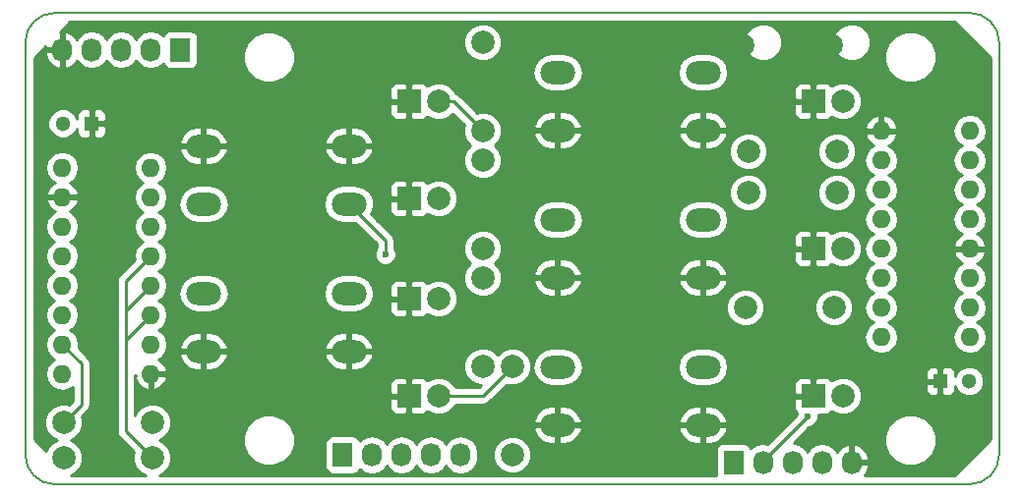
<source format=gbr>
G04 #@! TF.FileFunction,Copper,L2,Bot,Signal*
%FSLAX46Y46*%
G04 Gerber Fmt 4.6, Leading zero omitted, Abs format (unit mm)*
G04 Created by KiCad (PCBNEW 4.0.2-4+6225~38~ubuntu14.04.1-stable) date mer. 25 mai 2016 20:43:00 CEST*
%MOMM*%
G01*
G04 APERTURE LIST*
%ADD10C,0.100000*%
%ADD11C,0.150000*%
%ADD12O,2.999740X1.998980*%
%ADD13O,1.600000X1.600000*%
%ADD14R,1.300000X1.300000*%
%ADD15C,1.300000*%
%ADD16C,1.998980*%
%ADD17R,1.727200X2.032000*%
%ADD18O,1.727200X2.032000*%
%ADD19R,2.000000X2.000000*%
%ADD20C,2.000000*%
%ADD21C,0.600000*%
%ADD22C,0.400000*%
%ADD23C,0.250000*%
%ADD24C,0.254000*%
G04 APERTURE END LIST*
D10*
D11*
X63500000Y-129540000D02*
G75*
G03X66040000Y-132080000I2540000J0D01*
G01*
X144780000Y-132080000D02*
G75*
G03X147320000Y-129540000I0J2540000D01*
G01*
X147320000Y-93980000D02*
G75*
G03X144780000Y-91440000I-2540000J0D01*
G01*
X66040000Y-91440000D02*
G75*
G03X63500000Y-93980000I0J-2540000D01*
G01*
X63500000Y-129540000D02*
X63500000Y-93980000D01*
X66040000Y-132080000D02*
X144780000Y-132080000D01*
X147320000Y-93980000D02*
X147320000Y-129540000D01*
X66040000Y-91440000D02*
X144780000Y-91440000D01*
D12*
X91340940Y-107909360D03*
X78839060Y-107909360D03*
X78839060Y-102910640D03*
X91340940Y-102910640D03*
D13*
X137160000Y-119380000D03*
X137160000Y-116840000D03*
X137160000Y-114300000D03*
X137160000Y-111760000D03*
X137160000Y-109220000D03*
X137160000Y-106680000D03*
X137160000Y-104140000D03*
X137160000Y-101600000D03*
X144780000Y-101600000D03*
X144780000Y-104140000D03*
X144780000Y-106680000D03*
X144780000Y-109220000D03*
X144780000Y-111760000D03*
X144780000Y-114300000D03*
X144780000Y-116840000D03*
X144780000Y-119380000D03*
X74295000Y-104775000D03*
X74295000Y-107315000D03*
X74295000Y-109855000D03*
X74295000Y-112395000D03*
X74295000Y-114935000D03*
X74295000Y-117475000D03*
X74295000Y-120015000D03*
X74295000Y-122555000D03*
X66675000Y-122555000D03*
X66675000Y-120015000D03*
X66675000Y-117475000D03*
X66675000Y-114935000D03*
X66675000Y-112395000D03*
X66675000Y-109855000D03*
X66675000Y-107315000D03*
X66675000Y-104775000D03*
D14*
X69215000Y-100965000D03*
D15*
X66715000Y-100965000D03*
D14*
X142240000Y-123190000D03*
D15*
X144740000Y-123190000D03*
D16*
X132842000Y-94234000D03*
X125222000Y-94234000D03*
X74422000Y-126746000D03*
X66802000Y-126746000D03*
X102870000Y-101600000D03*
X102870000Y-93980000D03*
X102870000Y-104140000D03*
X102870000Y-111760000D03*
X102870000Y-114300000D03*
X102870000Y-121920000D03*
X105410000Y-121920000D03*
X105410000Y-129540000D03*
X125730000Y-103378000D03*
X133350000Y-103378000D03*
X125730000Y-106934000D03*
X133350000Y-106934000D03*
X125476000Y-116840000D03*
X133096000Y-116840000D03*
D17*
X90805000Y-129540000D03*
D18*
X93345000Y-129540000D03*
X95885000Y-129540000D03*
X98425000Y-129540000D03*
X100965000Y-129540000D03*
D12*
X78839060Y-115610640D03*
X91340940Y-115610640D03*
X91340940Y-120609360D03*
X78839060Y-120609360D03*
X109319060Y-96560640D03*
X121820940Y-96560640D03*
X121820940Y-101559360D03*
X109319060Y-101559360D03*
X109319060Y-109260640D03*
X121820940Y-109260640D03*
X121820940Y-114259360D03*
X109319060Y-114259360D03*
X109319060Y-121960640D03*
X121820940Y-121960640D03*
X121820940Y-126959360D03*
X109319060Y-126959360D03*
D17*
X76835000Y-94615000D03*
D18*
X74295000Y-94615000D03*
X71755000Y-94615000D03*
X69215000Y-94615000D03*
X66675000Y-94615000D03*
D17*
X124460000Y-130175000D03*
D18*
X127000000Y-130175000D03*
X129540000Y-130175000D03*
X132080000Y-130175000D03*
X134620000Y-130175000D03*
D16*
X66802000Y-129794000D03*
X74422000Y-129794000D03*
D19*
X96520000Y-99060000D03*
D20*
X99060000Y-99060000D03*
D19*
X96520000Y-107442000D03*
D20*
X99060000Y-107442000D03*
D19*
X96520000Y-116078000D03*
D20*
X99060000Y-116078000D03*
D19*
X96520000Y-124460000D03*
D20*
X99060000Y-124460000D03*
D19*
X131318000Y-99060000D03*
D20*
X133858000Y-99060000D03*
D19*
X131318000Y-111760000D03*
D20*
X133858000Y-111760000D03*
D19*
X131318000Y-124460000D03*
D20*
X133858000Y-124460000D03*
D21*
X94488000Y-112268000D03*
X130810000Y-126238000D03*
D22*
X66715000Y-100965000D02*
X66715000Y-100925000D01*
X144780000Y-123150000D02*
X144740000Y-123190000D01*
D23*
X99060000Y-99060000D02*
X100330000Y-99060000D01*
X100330000Y-99060000D02*
X102870000Y-101600000D01*
X99060000Y-124460000D02*
X102870000Y-124460000D01*
X102870000Y-124460000D02*
X105410000Y-121920000D01*
X66802000Y-126746000D02*
X68326000Y-125222000D01*
X68326000Y-121666000D02*
X66675000Y-120015000D01*
X68326000Y-125222000D02*
X68326000Y-121666000D01*
X137160000Y-116840000D02*
X137160000Y-117475000D01*
X94488000Y-111056420D02*
X91340940Y-107909360D01*
X94488000Y-112268000D02*
X94488000Y-111056420D01*
X127000000Y-130175000D02*
X127000000Y-130048000D01*
X127000000Y-130048000D02*
X130810000Y-126238000D01*
X72136000Y-117094000D02*
X72136000Y-114554000D01*
X72136000Y-114554000D02*
X74295000Y-112395000D01*
X72136000Y-119634000D02*
X72136000Y-117094000D01*
X72136000Y-117094000D02*
X74295000Y-114935000D01*
X74422000Y-129794000D02*
X72136000Y-127508000D01*
X72136000Y-119634000D02*
X74295000Y-117475000D01*
X72136000Y-127508000D02*
X72136000Y-119634000D01*
D24*
G36*
X146558000Y-95302606D02*
X146558000Y-128217394D01*
X143457394Y-131318000D01*
X135707637Y-131318000D01*
X135911954Y-131089320D01*
X136105184Y-130536913D01*
X135960924Y-130302000D01*
X134747000Y-130302000D01*
X134747000Y-130322000D01*
X134493000Y-130322000D01*
X134493000Y-130302000D01*
X134473000Y-130302000D01*
X134473000Y-130048000D01*
X134493000Y-130048000D01*
X134493000Y-128688783D01*
X134747000Y-128688783D01*
X134747000Y-130048000D01*
X135960924Y-130048000D01*
X136105184Y-129813087D01*
X135911954Y-129260680D01*
X135522036Y-128824268D01*
X135290258Y-128712619D01*
X137464613Y-128712619D01*
X137804155Y-129534372D01*
X138432321Y-130163636D01*
X139253481Y-130504611D01*
X140142619Y-130505387D01*
X140964372Y-130165845D01*
X141593636Y-129537679D01*
X141934611Y-128716519D01*
X141935387Y-127827381D01*
X141595845Y-127005628D01*
X140967679Y-126376364D01*
X140146519Y-126035389D01*
X139257381Y-126034613D01*
X138435628Y-126374155D01*
X137806364Y-127002321D01*
X137465389Y-127823481D01*
X137464613Y-128712619D01*
X135290258Y-128712619D01*
X134994791Y-128570291D01*
X134979026Y-128567642D01*
X134747000Y-128688783D01*
X134493000Y-128688783D01*
X134260974Y-128567642D01*
X134245209Y-128570291D01*
X133717964Y-128824268D01*
X133346461Y-129240069D01*
X133139670Y-128930585D01*
X132653489Y-128605729D01*
X132080000Y-128491655D01*
X131506511Y-128605729D01*
X131020330Y-128930585D01*
X130810000Y-129245366D01*
X130599670Y-128930585D01*
X130113489Y-128605729D01*
X129616025Y-128506777D01*
X130949680Y-127173122D01*
X130995167Y-127173162D01*
X131338943Y-127031117D01*
X131602192Y-126768327D01*
X131744838Y-126424799D01*
X131745125Y-126095000D01*
X132444310Y-126095000D01*
X132677699Y-125998327D01*
X132856327Y-125819698D01*
X132870630Y-125785166D01*
X132930637Y-125845278D01*
X133531352Y-126094716D01*
X134181795Y-126095284D01*
X134782943Y-125846894D01*
X135243278Y-125387363D01*
X135492716Y-124786648D01*
X135493284Y-124136205D01*
X135244894Y-123535057D01*
X135185691Y-123475750D01*
X140955000Y-123475750D01*
X140955000Y-123966310D01*
X141051673Y-124199699D01*
X141230302Y-124378327D01*
X141463691Y-124475000D01*
X141954250Y-124475000D01*
X142113000Y-124316250D01*
X142113000Y-123317000D01*
X141113750Y-123317000D01*
X140955000Y-123475750D01*
X135185691Y-123475750D01*
X134785363Y-123074722D01*
X134184648Y-122825284D01*
X133534205Y-122824716D01*
X132933057Y-123073106D01*
X132870803Y-123135251D01*
X132856327Y-123100302D01*
X132677699Y-122921673D01*
X132444310Y-122825000D01*
X131603750Y-122825000D01*
X131445000Y-122983750D01*
X131445000Y-124333000D01*
X131465000Y-124333000D01*
X131465000Y-124587000D01*
X131445000Y-124587000D01*
X131445000Y-124607000D01*
X131191000Y-124607000D01*
X131191000Y-124587000D01*
X129841750Y-124587000D01*
X129683000Y-124745750D01*
X129683000Y-125586309D01*
X129779673Y-125819698D01*
X129915069Y-125955095D01*
X129875162Y-126051201D01*
X129875121Y-126098077D01*
X127401650Y-128571548D01*
X127000000Y-128491655D01*
X126426511Y-128605729D01*
X125940330Y-128930585D01*
X125930757Y-128944913D01*
X125926762Y-128923683D01*
X125787690Y-128707559D01*
X125575490Y-128562569D01*
X125323600Y-128511560D01*
X123596400Y-128511560D01*
X123361083Y-128555838D01*
X123144959Y-128694910D01*
X122999969Y-128907110D01*
X122948960Y-129159000D01*
X122948960Y-131191000D01*
X122972857Y-131318000D01*
X75013788Y-131318000D01*
X75346655Y-131180462D01*
X75806846Y-130721073D01*
X76056206Y-130120547D01*
X76056774Y-129470306D01*
X75808462Y-128869345D01*
X75652010Y-128712619D01*
X82219613Y-128712619D01*
X82559155Y-129534372D01*
X83187321Y-130163636D01*
X84008481Y-130504611D01*
X84897619Y-130505387D01*
X85719372Y-130165845D01*
X86348636Y-129537679D01*
X86689611Y-128716519D01*
X86689779Y-128524000D01*
X89293960Y-128524000D01*
X89293960Y-130556000D01*
X89338238Y-130791317D01*
X89477310Y-131007441D01*
X89689510Y-131152431D01*
X89941400Y-131203440D01*
X91668600Y-131203440D01*
X91903917Y-131159162D01*
X92120041Y-131020090D01*
X92265031Y-130807890D01*
X92273400Y-130766561D01*
X92285330Y-130784415D01*
X92771511Y-131109271D01*
X93345000Y-131223345D01*
X93918489Y-131109271D01*
X94404670Y-130784415D01*
X94615000Y-130469634D01*
X94825330Y-130784415D01*
X95311511Y-131109271D01*
X95885000Y-131223345D01*
X96458489Y-131109271D01*
X96944670Y-130784415D01*
X97155000Y-130469634D01*
X97365330Y-130784415D01*
X97851511Y-131109271D01*
X98425000Y-131223345D01*
X98998489Y-131109271D01*
X99484670Y-130784415D01*
X99695000Y-130469634D01*
X99905330Y-130784415D01*
X100391511Y-131109271D01*
X100965000Y-131223345D01*
X101538489Y-131109271D01*
X102024670Y-130784415D01*
X102349526Y-130298234D01*
X102435961Y-129863694D01*
X103775226Y-129863694D01*
X104023538Y-130464655D01*
X104482927Y-130924846D01*
X105083453Y-131174206D01*
X105733694Y-131174774D01*
X106334655Y-130926462D01*
X106794846Y-130467073D01*
X107044206Y-129866547D01*
X107044774Y-129216306D01*
X106796462Y-128615345D01*
X106337073Y-128155154D01*
X105736547Y-127905794D01*
X105086306Y-127905226D01*
X104485345Y-128153538D01*
X104025154Y-128612927D01*
X103775794Y-129213453D01*
X103775226Y-129863694D01*
X102435961Y-129863694D01*
X102463600Y-129724745D01*
X102463600Y-129355255D01*
X102349526Y-128781766D01*
X102024670Y-128295585D01*
X101538489Y-127970729D01*
X100965000Y-127856655D01*
X100391511Y-127970729D01*
X99905330Y-128295585D01*
X99695000Y-128610366D01*
X99484670Y-128295585D01*
X98998489Y-127970729D01*
X98425000Y-127856655D01*
X97851511Y-127970729D01*
X97365330Y-128295585D01*
X97155000Y-128610366D01*
X96944670Y-128295585D01*
X96458489Y-127970729D01*
X95885000Y-127856655D01*
X95311511Y-127970729D01*
X94825330Y-128295585D01*
X94615000Y-128610366D01*
X94404670Y-128295585D01*
X93918489Y-127970729D01*
X93345000Y-127856655D01*
X92771511Y-127970729D01*
X92285330Y-128295585D01*
X92275757Y-128309913D01*
X92271762Y-128288683D01*
X92132690Y-128072559D01*
X91920490Y-127927569D01*
X91668600Y-127876560D01*
X89941400Y-127876560D01*
X89706083Y-127920838D01*
X89489959Y-128059910D01*
X89344969Y-128272110D01*
X89293960Y-128524000D01*
X86689779Y-128524000D01*
X86690387Y-127827381D01*
X86488887Y-127339714D01*
X107229061Y-127339714D01*
X107260007Y-127467519D01*
X107573118Y-128025316D01*
X108075855Y-128420831D01*
X108691680Y-128593850D01*
X109192060Y-128593850D01*
X109192060Y-127086360D01*
X109446060Y-127086360D01*
X109446060Y-128593850D01*
X109946440Y-128593850D01*
X110562265Y-128420831D01*
X111065002Y-128025316D01*
X111378113Y-127467519D01*
X111409059Y-127339714D01*
X119730941Y-127339714D01*
X119761887Y-127467519D01*
X120074998Y-128025316D01*
X120577735Y-128420831D01*
X121193560Y-128593850D01*
X121693940Y-128593850D01*
X121693940Y-127086360D01*
X121947940Y-127086360D01*
X121947940Y-128593850D01*
X122448320Y-128593850D01*
X123064145Y-128420831D01*
X123566882Y-128025316D01*
X123879993Y-127467519D01*
X123910939Y-127339714D01*
X123791585Y-127086360D01*
X121947940Y-127086360D01*
X121693940Y-127086360D01*
X119850295Y-127086360D01*
X119730941Y-127339714D01*
X111409059Y-127339714D01*
X111289705Y-127086360D01*
X109446060Y-127086360D01*
X109192060Y-127086360D01*
X107348415Y-127086360D01*
X107229061Y-127339714D01*
X86488887Y-127339714D01*
X86350845Y-127005628D01*
X85924968Y-126579006D01*
X107229061Y-126579006D01*
X107348415Y-126832360D01*
X109192060Y-126832360D01*
X109192060Y-125324870D01*
X109446060Y-125324870D01*
X109446060Y-126832360D01*
X111289705Y-126832360D01*
X111409059Y-126579006D01*
X119730941Y-126579006D01*
X119850295Y-126832360D01*
X121693940Y-126832360D01*
X121693940Y-125324870D01*
X121947940Y-125324870D01*
X121947940Y-126832360D01*
X123791585Y-126832360D01*
X123910939Y-126579006D01*
X123879993Y-126451201D01*
X123566882Y-125893404D01*
X123064145Y-125497889D01*
X122448320Y-125324870D01*
X121947940Y-125324870D01*
X121693940Y-125324870D01*
X121193560Y-125324870D01*
X120577735Y-125497889D01*
X120074998Y-125893404D01*
X119761887Y-126451201D01*
X119730941Y-126579006D01*
X111409059Y-126579006D01*
X111378113Y-126451201D01*
X111065002Y-125893404D01*
X110562265Y-125497889D01*
X109946440Y-125324870D01*
X109446060Y-125324870D01*
X109192060Y-125324870D01*
X108691680Y-125324870D01*
X108075855Y-125497889D01*
X107573118Y-125893404D01*
X107260007Y-126451201D01*
X107229061Y-126579006D01*
X85924968Y-126579006D01*
X85722679Y-126376364D01*
X84901519Y-126035389D01*
X84012381Y-126034613D01*
X83190628Y-126374155D01*
X82561364Y-127002321D01*
X82220389Y-127823481D01*
X82219613Y-128712619D01*
X75652010Y-128712619D01*
X75349073Y-128409154D01*
X75013870Y-128269966D01*
X75346655Y-128132462D01*
X75806846Y-127673073D01*
X76056206Y-127072547D01*
X76056774Y-126422306D01*
X75808462Y-125821345D01*
X75349073Y-125361154D01*
X74748547Y-125111794D01*
X74098306Y-125111226D01*
X73497345Y-125359538D01*
X73037154Y-125818927D01*
X72896000Y-126158864D01*
X72896000Y-124745750D01*
X94885000Y-124745750D01*
X94885000Y-125586309D01*
X94981673Y-125819698D01*
X95160301Y-125998327D01*
X95393690Y-126095000D01*
X96234250Y-126095000D01*
X96393000Y-125936250D01*
X96393000Y-124587000D01*
X95043750Y-124587000D01*
X94885000Y-124745750D01*
X72896000Y-124745750D01*
X72896000Y-122682002D01*
X73025084Y-122682002D01*
X72903096Y-122904039D01*
X73063959Y-123292423D01*
X73439866Y-123707389D01*
X73945959Y-123946914D01*
X74168000Y-123825629D01*
X74168000Y-122682000D01*
X74422000Y-122682000D01*
X74422000Y-123825629D01*
X74644041Y-123946914D01*
X75150134Y-123707389D01*
X75488657Y-123333691D01*
X94885000Y-123333691D01*
X94885000Y-124174250D01*
X95043750Y-124333000D01*
X96393000Y-124333000D01*
X96393000Y-122983750D01*
X96647000Y-122983750D01*
X96647000Y-124333000D01*
X96667000Y-124333000D01*
X96667000Y-124587000D01*
X96647000Y-124587000D01*
X96647000Y-125936250D01*
X96805750Y-126095000D01*
X97646310Y-126095000D01*
X97879699Y-125998327D01*
X98058327Y-125819698D01*
X98072630Y-125785166D01*
X98132637Y-125845278D01*
X98733352Y-126094716D01*
X99383795Y-126095284D01*
X99984943Y-125846894D01*
X100445278Y-125387363D01*
X100514773Y-125220000D01*
X102870000Y-125220000D01*
X103160839Y-125162148D01*
X103407401Y-124997401D01*
X104918917Y-123485885D01*
X105083453Y-123554206D01*
X105733694Y-123554774D01*
X106334655Y-123306462D01*
X106794846Y-122847073D01*
X107044206Y-122246547D01*
X107044455Y-121960640D01*
X107142365Y-121960640D01*
X107266783Y-122586132D01*
X107621096Y-123116399D01*
X108151363Y-123470712D01*
X108776855Y-123595130D01*
X109861265Y-123595130D01*
X110486757Y-123470712D01*
X111017024Y-123116399D01*
X111371337Y-122586132D01*
X111495755Y-121960640D01*
X119644245Y-121960640D01*
X119768663Y-122586132D01*
X120122976Y-123116399D01*
X120653243Y-123470712D01*
X121278735Y-123595130D01*
X122363145Y-123595130D01*
X122988637Y-123470712D01*
X123193703Y-123333691D01*
X129683000Y-123333691D01*
X129683000Y-124174250D01*
X129841750Y-124333000D01*
X131191000Y-124333000D01*
X131191000Y-122983750D01*
X131032250Y-122825000D01*
X130191690Y-122825000D01*
X129958301Y-122921673D01*
X129779673Y-123100302D01*
X129683000Y-123333691D01*
X123193703Y-123333691D01*
X123518904Y-123116399D01*
X123873217Y-122586132D01*
X123907517Y-122413690D01*
X140955000Y-122413690D01*
X140955000Y-122904250D01*
X141113750Y-123063000D01*
X142113000Y-123063000D01*
X142113000Y-122063750D01*
X142367000Y-122063750D01*
X142367000Y-123063000D01*
X142387000Y-123063000D01*
X142387000Y-123317000D01*
X142367000Y-123317000D01*
X142367000Y-124316250D01*
X142525750Y-124475000D01*
X143016309Y-124475000D01*
X143249698Y-124378327D01*
X143428327Y-124199699D01*
X143525000Y-123966310D01*
X143525000Y-123614433D01*
X143649995Y-123916943D01*
X144011155Y-124278735D01*
X144483276Y-124474777D01*
X144994481Y-124475223D01*
X145466943Y-124280005D01*
X145828735Y-123918845D01*
X146024777Y-123446724D01*
X146025223Y-122935519D01*
X145830005Y-122463057D01*
X145468845Y-122101265D01*
X144996724Y-121905223D01*
X144485519Y-121904777D01*
X144013057Y-122099995D01*
X143651265Y-122461155D01*
X143525000Y-122765235D01*
X143525000Y-122413690D01*
X143428327Y-122180301D01*
X143249698Y-122001673D01*
X143016309Y-121905000D01*
X142525750Y-121905000D01*
X142367000Y-122063750D01*
X142113000Y-122063750D01*
X141954250Y-121905000D01*
X141463691Y-121905000D01*
X141230302Y-122001673D01*
X141051673Y-122180301D01*
X140955000Y-122413690D01*
X123907517Y-122413690D01*
X123997635Y-121960640D01*
X123873217Y-121335148D01*
X123518904Y-120804881D01*
X122988637Y-120450568D01*
X122363145Y-120326150D01*
X121278735Y-120326150D01*
X120653243Y-120450568D01*
X120122976Y-120804881D01*
X119768663Y-121335148D01*
X119644245Y-121960640D01*
X111495755Y-121960640D01*
X111371337Y-121335148D01*
X111017024Y-120804881D01*
X110486757Y-120450568D01*
X109861265Y-120326150D01*
X108776855Y-120326150D01*
X108151363Y-120450568D01*
X107621096Y-120804881D01*
X107266783Y-121335148D01*
X107142365Y-121960640D01*
X107044455Y-121960640D01*
X107044774Y-121596306D01*
X106796462Y-120995345D01*
X106337073Y-120535154D01*
X105736547Y-120285794D01*
X105086306Y-120285226D01*
X104485345Y-120533538D01*
X104139801Y-120878480D01*
X103797073Y-120535154D01*
X103196547Y-120285794D01*
X102546306Y-120285226D01*
X101945345Y-120533538D01*
X101485154Y-120992927D01*
X101235794Y-121593453D01*
X101235226Y-122243694D01*
X101483538Y-122844655D01*
X101942927Y-123304846D01*
X102543453Y-123554206D01*
X102700855Y-123554343D01*
X102555198Y-123700000D01*
X100515047Y-123700000D01*
X100446894Y-123535057D01*
X99987363Y-123074722D01*
X99386648Y-122825284D01*
X98736205Y-122824716D01*
X98135057Y-123073106D01*
X98072803Y-123135251D01*
X98058327Y-123100302D01*
X97879699Y-122921673D01*
X97646310Y-122825000D01*
X96805750Y-122825000D01*
X96647000Y-122983750D01*
X96393000Y-122983750D01*
X96234250Y-122825000D01*
X95393690Y-122825000D01*
X95160301Y-122921673D01*
X94981673Y-123100302D01*
X94885000Y-123333691D01*
X75488657Y-123333691D01*
X75526041Y-123292423D01*
X75686904Y-122904039D01*
X75564915Y-122682000D01*
X74422000Y-122682000D01*
X74168000Y-122682000D01*
X74148000Y-122682000D01*
X74148000Y-122428000D01*
X74168000Y-122428000D01*
X74168000Y-122408000D01*
X74422000Y-122408000D01*
X74422000Y-122428000D01*
X75564915Y-122428000D01*
X75686904Y-122205961D01*
X75526041Y-121817577D01*
X75150134Y-121402611D01*
X74933297Y-121299986D01*
X75337811Y-121029698D01*
X75364527Y-120989714D01*
X76749061Y-120989714D01*
X76780007Y-121117519D01*
X77093118Y-121675316D01*
X77595855Y-122070831D01*
X78211680Y-122243850D01*
X78712060Y-122243850D01*
X78712060Y-120736360D01*
X78966060Y-120736360D01*
X78966060Y-122243850D01*
X79466440Y-122243850D01*
X80082265Y-122070831D01*
X80585002Y-121675316D01*
X80898113Y-121117519D01*
X80929059Y-120989714D01*
X89250941Y-120989714D01*
X89281887Y-121117519D01*
X89594998Y-121675316D01*
X90097735Y-122070831D01*
X90713560Y-122243850D01*
X91213940Y-122243850D01*
X91213940Y-120736360D01*
X91467940Y-120736360D01*
X91467940Y-122243850D01*
X91968320Y-122243850D01*
X92584145Y-122070831D01*
X93086882Y-121675316D01*
X93399993Y-121117519D01*
X93430939Y-120989714D01*
X93311585Y-120736360D01*
X91467940Y-120736360D01*
X91213940Y-120736360D01*
X89370295Y-120736360D01*
X89250941Y-120989714D01*
X80929059Y-120989714D01*
X80809705Y-120736360D01*
X78966060Y-120736360D01*
X78712060Y-120736360D01*
X76868415Y-120736360D01*
X76749061Y-120989714D01*
X75364527Y-120989714D01*
X75648880Y-120564151D01*
X75715544Y-120229006D01*
X76749061Y-120229006D01*
X76868415Y-120482360D01*
X78712060Y-120482360D01*
X78712060Y-118974870D01*
X78966060Y-118974870D01*
X78966060Y-120482360D01*
X80809705Y-120482360D01*
X80929059Y-120229006D01*
X89250941Y-120229006D01*
X89370295Y-120482360D01*
X91213940Y-120482360D01*
X91213940Y-118974870D01*
X91467940Y-118974870D01*
X91467940Y-120482360D01*
X93311585Y-120482360D01*
X93430939Y-120229006D01*
X93399993Y-120101201D01*
X93086882Y-119543404D01*
X92584145Y-119147889D01*
X91968320Y-118974870D01*
X91467940Y-118974870D01*
X91213940Y-118974870D01*
X90713560Y-118974870D01*
X90097735Y-119147889D01*
X89594998Y-119543404D01*
X89281887Y-120101201D01*
X89250941Y-120229006D01*
X80929059Y-120229006D01*
X80898113Y-120101201D01*
X80585002Y-119543404D01*
X80082265Y-119147889D01*
X79466440Y-118974870D01*
X78966060Y-118974870D01*
X78712060Y-118974870D01*
X78211680Y-118974870D01*
X77595855Y-119147889D01*
X77093118Y-119543404D01*
X76780007Y-120101201D01*
X76749061Y-120229006D01*
X75715544Y-120229006D01*
X75758113Y-120015000D01*
X75648880Y-119465849D01*
X75337811Y-119000302D01*
X74955725Y-118745000D01*
X75337811Y-118489698D01*
X75648880Y-118024151D01*
X75758113Y-117475000D01*
X75648880Y-116925849D01*
X75337811Y-116460302D01*
X74955725Y-116205000D01*
X75337811Y-115949698D01*
X75564362Y-115610640D01*
X76662365Y-115610640D01*
X76786783Y-116236132D01*
X77141096Y-116766399D01*
X77671363Y-117120712D01*
X78296855Y-117245130D01*
X79381265Y-117245130D01*
X80006757Y-117120712D01*
X80537024Y-116766399D01*
X80891337Y-116236132D01*
X81015755Y-115610640D01*
X89164245Y-115610640D01*
X89288663Y-116236132D01*
X89642976Y-116766399D01*
X90173243Y-117120712D01*
X90798735Y-117245130D01*
X91883145Y-117245130D01*
X92508637Y-117120712D01*
X93038904Y-116766399D01*
X93307945Y-116363750D01*
X94885000Y-116363750D01*
X94885000Y-117204309D01*
X94981673Y-117437698D01*
X95160301Y-117616327D01*
X95393690Y-117713000D01*
X96234250Y-117713000D01*
X96393000Y-117554250D01*
X96393000Y-116205000D01*
X95043750Y-116205000D01*
X94885000Y-116363750D01*
X93307945Y-116363750D01*
X93393217Y-116236132D01*
X93517635Y-115610640D01*
X93393217Y-114985148D01*
X93370862Y-114951691D01*
X94885000Y-114951691D01*
X94885000Y-115792250D01*
X95043750Y-115951000D01*
X96393000Y-115951000D01*
X96393000Y-114601750D01*
X96647000Y-114601750D01*
X96647000Y-115951000D01*
X96667000Y-115951000D01*
X96667000Y-116205000D01*
X96647000Y-116205000D01*
X96647000Y-117554250D01*
X96805750Y-117713000D01*
X97646310Y-117713000D01*
X97879699Y-117616327D01*
X98058327Y-117437698D01*
X98072630Y-117403166D01*
X98132637Y-117463278D01*
X98733352Y-117712716D01*
X99383795Y-117713284D01*
X99984943Y-117464894D01*
X100286669Y-117163694D01*
X123841226Y-117163694D01*
X124089538Y-117764655D01*
X124548927Y-118224846D01*
X125149453Y-118474206D01*
X125799694Y-118474774D01*
X126400655Y-118226462D01*
X126860846Y-117767073D01*
X127110206Y-117166547D01*
X127110208Y-117163694D01*
X131461226Y-117163694D01*
X131709538Y-117764655D01*
X132168927Y-118224846D01*
X132769453Y-118474206D01*
X133419694Y-118474774D01*
X134020655Y-118226462D01*
X134480846Y-117767073D01*
X134730206Y-117166547D01*
X134730774Y-116516306D01*
X134482462Y-115915345D01*
X134023073Y-115455154D01*
X133422547Y-115205794D01*
X132772306Y-115205226D01*
X132171345Y-115453538D01*
X131711154Y-115912927D01*
X131461794Y-116513453D01*
X131461226Y-117163694D01*
X127110208Y-117163694D01*
X127110774Y-116516306D01*
X126862462Y-115915345D01*
X126403073Y-115455154D01*
X125802547Y-115205794D01*
X125152306Y-115205226D01*
X124551345Y-115453538D01*
X124091154Y-115912927D01*
X123841794Y-116513453D01*
X123841226Y-117163694D01*
X100286669Y-117163694D01*
X100445278Y-117005363D01*
X100694716Y-116404648D01*
X100695284Y-115754205D01*
X100446894Y-115153057D01*
X99987363Y-114692722D01*
X99386648Y-114443284D01*
X98736205Y-114442716D01*
X98135057Y-114691106D01*
X98072803Y-114753251D01*
X98058327Y-114718302D01*
X97879699Y-114539673D01*
X97646310Y-114443000D01*
X96805750Y-114443000D01*
X96647000Y-114601750D01*
X96393000Y-114601750D01*
X96234250Y-114443000D01*
X95393690Y-114443000D01*
X95160301Y-114539673D01*
X94981673Y-114718302D01*
X94885000Y-114951691D01*
X93370862Y-114951691D01*
X93038904Y-114454881D01*
X92508637Y-114100568D01*
X91883145Y-113976150D01*
X90798735Y-113976150D01*
X90173243Y-114100568D01*
X89642976Y-114454881D01*
X89288663Y-114985148D01*
X89164245Y-115610640D01*
X81015755Y-115610640D01*
X80891337Y-114985148D01*
X80537024Y-114454881D01*
X80006757Y-114100568D01*
X79381265Y-113976150D01*
X78296855Y-113976150D01*
X77671363Y-114100568D01*
X77141096Y-114454881D01*
X76786783Y-114985148D01*
X76662365Y-115610640D01*
X75564362Y-115610640D01*
X75648880Y-115484151D01*
X75758113Y-114935000D01*
X75648880Y-114385849D01*
X75337811Y-113920302D01*
X74955725Y-113665000D01*
X75337811Y-113409698D01*
X75648880Y-112944151D01*
X75758113Y-112395000D01*
X75648880Y-111845849D01*
X75337811Y-111380302D01*
X74955725Y-111125000D01*
X75337811Y-110869698D01*
X75648880Y-110404151D01*
X75758113Y-109855000D01*
X75648880Y-109305849D01*
X75337811Y-108840302D01*
X74955725Y-108585000D01*
X75337811Y-108329698D01*
X75618672Y-107909360D01*
X76662365Y-107909360D01*
X76786783Y-108534852D01*
X77141096Y-109065119D01*
X77671363Y-109419432D01*
X78296855Y-109543850D01*
X79381265Y-109543850D01*
X80006757Y-109419432D01*
X80537024Y-109065119D01*
X80891337Y-108534852D01*
X81015755Y-107909360D01*
X89164245Y-107909360D01*
X89288663Y-108534852D01*
X89642976Y-109065119D01*
X90173243Y-109419432D01*
X90798735Y-109543850D01*
X91883145Y-109543850D01*
X91897727Y-109540949D01*
X93728000Y-111371222D01*
X93728000Y-111705537D01*
X93695808Y-111737673D01*
X93553162Y-112081201D01*
X93552838Y-112453167D01*
X93694883Y-112796943D01*
X93957673Y-113060192D01*
X94301201Y-113202838D01*
X94673167Y-113203162D01*
X95016943Y-113061117D01*
X95280192Y-112798327D01*
X95422838Y-112454799D01*
X95423161Y-112083694D01*
X101235226Y-112083694D01*
X101483538Y-112684655D01*
X101828480Y-113030199D01*
X101485154Y-113372927D01*
X101235794Y-113973453D01*
X101235226Y-114623694D01*
X101483538Y-115224655D01*
X101942927Y-115684846D01*
X102543453Y-115934206D01*
X103193694Y-115934774D01*
X103794655Y-115686462D01*
X104254846Y-115227073D01*
X104498738Y-114639714D01*
X107229061Y-114639714D01*
X107260007Y-114767519D01*
X107573118Y-115325316D01*
X108075855Y-115720831D01*
X108691680Y-115893850D01*
X109192060Y-115893850D01*
X109192060Y-114386360D01*
X109446060Y-114386360D01*
X109446060Y-115893850D01*
X109946440Y-115893850D01*
X110562265Y-115720831D01*
X111065002Y-115325316D01*
X111378113Y-114767519D01*
X111409059Y-114639714D01*
X119730941Y-114639714D01*
X119761887Y-114767519D01*
X120074998Y-115325316D01*
X120577735Y-115720831D01*
X121193560Y-115893850D01*
X121693940Y-115893850D01*
X121693940Y-114386360D01*
X121947940Y-114386360D01*
X121947940Y-115893850D01*
X122448320Y-115893850D01*
X123064145Y-115720831D01*
X123566882Y-115325316D01*
X123879993Y-114767519D01*
X123910939Y-114639714D01*
X123791585Y-114386360D01*
X121947940Y-114386360D01*
X121693940Y-114386360D01*
X119850295Y-114386360D01*
X119730941Y-114639714D01*
X111409059Y-114639714D01*
X111289705Y-114386360D01*
X109446060Y-114386360D01*
X109192060Y-114386360D01*
X107348415Y-114386360D01*
X107229061Y-114639714D01*
X104498738Y-114639714D01*
X104504206Y-114626547D01*
X104504774Y-113976306D01*
X104464571Y-113879006D01*
X107229061Y-113879006D01*
X107348415Y-114132360D01*
X109192060Y-114132360D01*
X109192060Y-112624870D01*
X109446060Y-112624870D01*
X109446060Y-114132360D01*
X111289705Y-114132360D01*
X111409059Y-113879006D01*
X119730941Y-113879006D01*
X119850295Y-114132360D01*
X121693940Y-114132360D01*
X121693940Y-112624870D01*
X121947940Y-112624870D01*
X121947940Y-114132360D01*
X123791585Y-114132360D01*
X123910939Y-113879006D01*
X123879993Y-113751201D01*
X123566882Y-113193404D01*
X123064145Y-112797889D01*
X122448320Y-112624870D01*
X121947940Y-112624870D01*
X121693940Y-112624870D01*
X121193560Y-112624870D01*
X120577735Y-112797889D01*
X120074998Y-113193404D01*
X119761887Y-113751201D01*
X119730941Y-113879006D01*
X111409059Y-113879006D01*
X111378113Y-113751201D01*
X111065002Y-113193404D01*
X110562265Y-112797889D01*
X109946440Y-112624870D01*
X109446060Y-112624870D01*
X109192060Y-112624870D01*
X108691680Y-112624870D01*
X108075855Y-112797889D01*
X107573118Y-113193404D01*
X107260007Y-113751201D01*
X107229061Y-113879006D01*
X104464571Y-113879006D01*
X104256462Y-113375345D01*
X103911520Y-113029801D01*
X104254846Y-112687073D01*
X104504206Y-112086547D01*
X104504241Y-112045750D01*
X129683000Y-112045750D01*
X129683000Y-112886309D01*
X129779673Y-113119698D01*
X129958301Y-113298327D01*
X130191690Y-113395000D01*
X131032250Y-113395000D01*
X131191000Y-113236250D01*
X131191000Y-111887000D01*
X129841750Y-111887000D01*
X129683000Y-112045750D01*
X104504241Y-112045750D01*
X104504774Y-111436306D01*
X104256462Y-110835345D01*
X103797073Y-110375154D01*
X103196547Y-110125794D01*
X102546306Y-110125226D01*
X101945345Y-110373538D01*
X101485154Y-110832927D01*
X101235794Y-111433453D01*
X101235226Y-112083694D01*
X95423161Y-112083694D01*
X95423162Y-112082833D01*
X95281117Y-111739057D01*
X95248000Y-111705882D01*
X95248000Y-111056420D01*
X95190148Y-110765581D01*
X95025401Y-110519019D01*
X93767022Y-109260640D01*
X107142365Y-109260640D01*
X107266783Y-109886132D01*
X107621096Y-110416399D01*
X108151363Y-110770712D01*
X108776855Y-110895130D01*
X109861265Y-110895130D01*
X110486757Y-110770712D01*
X111017024Y-110416399D01*
X111371337Y-109886132D01*
X111495755Y-109260640D01*
X119644245Y-109260640D01*
X119768663Y-109886132D01*
X120122976Y-110416399D01*
X120653243Y-110770712D01*
X121278735Y-110895130D01*
X122363145Y-110895130D01*
X122988637Y-110770712D01*
X123193703Y-110633691D01*
X129683000Y-110633691D01*
X129683000Y-111474250D01*
X129841750Y-111633000D01*
X131191000Y-111633000D01*
X131191000Y-110283750D01*
X131445000Y-110283750D01*
X131445000Y-111633000D01*
X131465000Y-111633000D01*
X131465000Y-111887000D01*
X131445000Y-111887000D01*
X131445000Y-113236250D01*
X131603750Y-113395000D01*
X132444310Y-113395000D01*
X132677699Y-113298327D01*
X132856327Y-113119698D01*
X132870630Y-113085166D01*
X132930637Y-113145278D01*
X133531352Y-113394716D01*
X134181795Y-113395284D01*
X134782943Y-113146894D01*
X135243278Y-112687363D01*
X135492716Y-112086648D01*
X135493284Y-111436205D01*
X135244894Y-110835057D01*
X134785363Y-110374722D01*
X134184648Y-110125284D01*
X133534205Y-110124716D01*
X132933057Y-110373106D01*
X132870803Y-110435251D01*
X132856327Y-110400302D01*
X132677699Y-110221673D01*
X132444310Y-110125000D01*
X131603750Y-110125000D01*
X131445000Y-110283750D01*
X131191000Y-110283750D01*
X131032250Y-110125000D01*
X130191690Y-110125000D01*
X129958301Y-110221673D01*
X129779673Y-110400302D01*
X129683000Y-110633691D01*
X123193703Y-110633691D01*
X123518904Y-110416399D01*
X123873217Y-109886132D01*
X123997635Y-109260640D01*
X123873217Y-108635148D01*
X123518904Y-108104881D01*
X122988637Y-107750568D01*
X122363145Y-107626150D01*
X121278735Y-107626150D01*
X120653243Y-107750568D01*
X120122976Y-108104881D01*
X119768663Y-108635148D01*
X119644245Y-109260640D01*
X111495755Y-109260640D01*
X111371337Y-108635148D01*
X111017024Y-108104881D01*
X110486757Y-107750568D01*
X109861265Y-107626150D01*
X108776855Y-107626150D01*
X108151363Y-107750568D01*
X107621096Y-108104881D01*
X107266783Y-108635148D01*
X107142365Y-109260640D01*
X93767022Y-109260640D01*
X93252232Y-108745850D01*
X93393217Y-108534852D01*
X93517635Y-107909360D01*
X93481511Y-107727750D01*
X94885000Y-107727750D01*
X94885000Y-108568309D01*
X94981673Y-108801698D01*
X95160301Y-108980327D01*
X95393690Y-109077000D01*
X96234250Y-109077000D01*
X96393000Y-108918250D01*
X96393000Y-107569000D01*
X95043750Y-107569000D01*
X94885000Y-107727750D01*
X93481511Y-107727750D01*
X93393217Y-107283868D01*
X93038904Y-106753601D01*
X92508637Y-106399288D01*
X92088367Y-106315691D01*
X94885000Y-106315691D01*
X94885000Y-107156250D01*
X95043750Y-107315000D01*
X96393000Y-107315000D01*
X96393000Y-105965750D01*
X96647000Y-105965750D01*
X96647000Y-107315000D01*
X96667000Y-107315000D01*
X96667000Y-107569000D01*
X96647000Y-107569000D01*
X96647000Y-108918250D01*
X96805750Y-109077000D01*
X97646310Y-109077000D01*
X97879699Y-108980327D01*
X98058327Y-108801698D01*
X98072630Y-108767166D01*
X98132637Y-108827278D01*
X98733352Y-109076716D01*
X99383795Y-109077284D01*
X99984943Y-108828894D01*
X100445278Y-108369363D01*
X100694716Y-107768648D01*
X100695162Y-107257694D01*
X124095226Y-107257694D01*
X124343538Y-107858655D01*
X124802927Y-108318846D01*
X125403453Y-108568206D01*
X126053694Y-108568774D01*
X126654655Y-108320462D01*
X127114846Y-107861073D01*
X127364206Y-107260547D01*
X127364208Y-107257694D01*
X131715226Y-107257694D01*
X131963538Y-107858655D01*
X132422927Y-108318846D01*
X133023453Y-108568206D01*
X133673694Y-108568774D01*
X134274655Y-108320462D01*
X134734846Y-107861073D01*
X134984206Y-107260547D01*
X134984774Y-106610306D01*
X134736462Y-106009345D01*
X134277073Y-105549154D01*
X133676547Y-105299794D01*
X133026306Y-105299226D01*
X132425345Y-105547538D01*
X131965154Y-106006927D01*
X131715794Y-106607453D01*
X131715226Y-107257694D01*
X127364208Y-107257694D01*
X127364774Y-106610306D01*
X127116462Y-106009345D01*
X126657073Y-105549154D01*
X126056547Y-105299794D01*
X125406306Y-105299226D01*
X124805345Y-105547538D01*
X124345154Y-106006927D01*
X124095794Y-106607453D01*
X124095226Y-107257694D01*
X100695162Y-107257694D01*
X100695284Y-107118205D01*
X100446894Y-106517057D01*
X99987363Y-106056722D01*
X99386648Y-105807284D01*
X98736205Y-105806716D01*
X98135057Y-106055106D01*
X98072803Y-106117251D01*
X98058327Y-106082302D01*
X97879699Y-105903673D01*
X97646310Y-105807000D01*
X96805750Y-105807000D01*
X96647000Y-105965750D01*
X96393000Y-105965750D01*
X96234250Y-105807000D01*
X95393690Y-105807000D01*
X95160301Y-105903673D01*
X94981673Y-106082302D01*
X94885000Y-106315691D01*
X92088367Y-106315691D01*
X91883145Y-106274870D01*
X90798735Y-106274870D01*
X90173243Y-106399288D01*
X89642976Y-106753601D01*
X89288663Y-107283868D01*
X89164245Y-107909360D01*
X81015755Y-107909360D01*
X80891337Y-107283868D01*
X80537024Y-106753601D01*
X80006757Y-106399288D01*
X79381265Y-106274870D01*
X78296855Y-106274870D01*
X77671363Y-106399288D01*
X77141096Y-106753601D01*
X76786783Y-107283868D01*
X76662365Y-107909360D01*
X75618672Y-107909360D01*
X75648880Y-107864151D01*
X75758113Y-107315000D01*
X75648880Y-106765849D01*
X75337811Y-106300302D01*
X74955725Y-106045000D01*
X75337811Y-105789698D01*
X75648880Y-105324151D01*
X75758113Y-104775000D01*
X75648880Y-104225849D01*
X75337811Y-103760302D01*
X74872264Y-103449233D01*
X74323113Y-103340000D01*
X74266887Y-103340000D01*
X73717736Y-103449233D01*
X73252189Y-103760302D01*
X72941120Y-104225849D01*
X72831887Y-104775000D01*
X72941120Y-105324151D01*
X73252189Y-105789698D01*
X73634275Y-106045000D01*
X73252189Y-106300302D01*
X72941120Y-106765849D01*
X72831887Y-107315000D01*
X72941120Y-107864151D01*
X73252189Y-108329698D01*
X73634275Y-108585000D01*
X73252189Y-108840302D01*
X72941120Y-109305849D01*
X72831887Y-109855000D01*
X72941120Y-110404151D01*
X73252189Y-110869698D01*
X73634275Y-111125000D01*
X73252189Y-111380302D01*
X72941120Y-111845849D01*
X72831887Y-112395000D01*
X72896312Y-112718886D01*
X71598599Y-114016599D01*
X71433852Y-114263161D01*
X71376000Y-114554000D01*
X71376000Y-127508000D01*
X71433852Y-127798839D01*
X71598599Y-128045401D01*
X72856115Y-129302917D01*
X72787794Y-129467453D01*
X72787226Y-130117694D01*
X73035538Y-130718655D01*
X73494927Y-131178846D01*
X73830047Y-131318000D01*
X67393788Y-131318000D01*
X67726655Y-131180462D01*
X68186846Y-130721073D01*
X68436206Y-130120547D01*
X68436774Y-129470306D01*
X68188462Y-128869345D01*
X67729073Y-128409154D01*
X67393870Y-128269966D01*
X67726655Y-128132462D01*
X68186846Y-127673073D01*
X68436206Y-127072547D01*
X68436774Y-126422306D01*
X68367691Y-126255111D01*
X68863401Y-125759401D01*
X69028148Y-125512840D01*
X69058320Y-125361154D01*
X69086000Y-125222000D01*
X69086000Y-121666000D01*
X69028148Y-121375161D01*
X68863401Y-121128599D01*
X68073688Y-120338886D01*
X68138113Y-120015000D01*
X68028880Y-119465849D01*
X67717811Y-119000302D01*
X67335725Y-118745000D01*
X67717811Y-118489698D01*
X68028880Y-118024151D01*
X68138113Y-117475000D01*
X68028880Y-116925849D01*
X67717811Y-116460302D01*
X67335725Y-116205000D01*
X67717811Y-115949698D01*
X68028880Y-115484151D01*
X68138113Y-114935000D01*
X68028880Y-114385849D01*
X67717811Y-113920302D01*
X67335725Y-113665000D01*
X67717811Y-113409698D01*
X68028880Y-112944151D01*
X68138113Y-112395000D01*
X68028880Y-111845849D01*
X67717811Y-111380302D01*
X67335725Y-111125000D01*
X67717811Y-110869698D01*
X68028880Y-110404151D01*
X68138113Y-109855000D01*
X68028880Y-109305849D01*
X67717811Y-108840302D01*
X67313297Y-108570014D01*
X67530134Y-108467389D01*
X67906041Y-108052423D01*
X68066904Y-107664039D01*
X67944915Y-107442000D01*
X66802000Y-107442000D01*
X66802000Y-107462000D01*
X66548000Y-107462000D01*
X66548000Y-107442000D01*
X65405085Y-107442000D01*
X65283096Y-107664039D01*
X65443959Y-108052423D01*
X65819866Y-108467389D01*
X66036703Y-108570014D01*
X65632189Y-108840302D01*
X65321120Y-109305849D01*
X65211887Y-109855000D01*
X65321120Y-110404151D01*
X65632189Y-110869698D01*
X66014275Y-111125000D01*
X65632189Y-111380302D01*
X65321120Y-111845849D01*
X65211887Y-112395000D01*
X65321120Y-112944151D01*
X65632189Y-113409698D01*
X66014275Y-113665000D01*
X65632189Y-113920302D01*
X65321120Y-114385849D01*
X65211887Y-114935000D01*
X65321120Y-115484151D01*
X65632189Y-115949698D01*
X66014275Y-116205000D01*
X65632189Y-116460302D01*
X65321120Y-116925849D01*
X65211887Y-117475000D01*
X65321120Y-118024151D01*
X65632189Y-118489698D01*
X66014275Y-118745000D01*
X65632189Y-119000302D01*
X65321120Y-119465849D01*
X65211887Y-120015000D01*
X65321120Y-120564151D01*
X65632189Y-121029698D01*
X66014275Y-121285000D01*
X65632189Y-121540302D01*
X65321120Y-122005849D01*
X65211887Y-122555000D01*
X65321120Y-123104151D01*
X65632189Y-123569698D01*
X66097736Y-123880767D01*
X66646887Y-123990000D01*
X66703113Y-123990000D01*
X67252264Y-123880767D01*
X67566000Y-123671135D01*
X67566000Y-124907198D01*
X67293083Y-125180115D01*
X67128547Y-125111794D01*
X66478306Y-125111226D01*
X65877345Y-125359538D01*
X65417154Y-125818927D01*
X65167794Y-126419453D01*
X65167226Y-127069694D01*
X65415538Y-127670655D01*
X65874927Y-128130846D01*
X66210130Y-128270034D01*
X65877345Y-128407538D01*
X65417154Y-128866927D01*
X65268803Y-129224197D01*
X64262000Y-128217394D01*
X64262000Y-104775000D01*
X65211887Y-104775000D01*
X65321120Y-105324151D01*
X65632189Y-105789698D01*
X66036703Y-106059986D01*
X65819866Y-106162611D01*
X65443959Y-106577577D01*
X65283096Y-106965961D01*
X65405085Y-107188000D01*
X66548000Y-107188000D01*
X66548000Y-107168000D01*
X66802000Y-107168000D01*
X66802000Y-107188000D01*
X67944915Y-107188000D01*
X68066904Y-106965961D01*
X67906041Y-106577577D01*
X67530134Y-106162611D01*
X67313297Y-106059986D01*
X67717811Y-105789698D01*
X68028880Y-105324151D01*
X68138113Y-104775000D01*
X68028880Y-104225849D01*
X67717811Y-103760302D01*
X67252264Y-103449233D01*
X66703113Y-103340000D01*
X66646887Y-103340000D01*
X66097736Y-103449233D01*
X65632189Y-103760302D01*
X65321120Y-104225849D01*
X65211887Y-104775000D01*
X64262000Y-104775000D01*
X64262000Y-103290994D01*
X76749061Y-103290994D01*
X76780007Y-103418799D01*
X77093118Y-103976596D01*
X77595855Y-104372111D01*
X78211680Y-104545130D01*
X78712060Y-104545130D01*
X78712060Y-103037640D01*
X78966060Y-103037640D01*
X78966060Y-104545130D01*
X79466440Y-104545130D01*
X80082265Y-104372111D01*
X80585002Y-103976596D01*
X80898113Y-103418799D01*
X80929059Y-103290994D01*
X89250941Y-103290994D01*
X89281887Y-103418799D01*
X89594998Y-103976596D01*
X90097735Y-104372111D01*
X90713560Y-104545130D01*
X91213940Y-104545130D01*
X91213940Y-103037640D01*
X91467940Y-103037640D01*
X91467940Y-104545130D01*
X91968320Y-104545130D01*
X92584145Y-104372111D01*
X93086882Y-103976596D01*
X93399993Y-103418799D01*
X93430939Y-103290994D01*
X93311585Y-103037640D01*
X91467940Y-103037640D01*
X91213940Y-103037640D01*
X89370295Y-103037640D01*
X89250941Y-103290994D01*
X80929059Y-103290994D01*
X80809705Y-103037640D01*
X78966060Y-103037640D01*
X78712060Y-103037640D01*
X76868415Y-103037640D01*
X76749061Y-103290994D01*
X64262000Y-103290994D01*
X64262000Y-102530286D01*
X76749061Y-102530286D01*
X76868415Y-102783640D01*
X78712060Y-102783640D01*
X78712060Y-101276150D01*
X78966060Y-101276150D01*
X78966060Y-102783640D01*
X80809705Y-102783640D01*
X80929059Y-102530286D01*
X89250941Y-102530286D01*
X89370295Y-102783640D01*
X91213940Y-102783640D01*
X91213940Y-101276150D01*
X91467940Y-101276150D01*
X91467940Y-102783640D01*
X93311585Y-102783640D01*
X93430939Y-102530286D01*
X93399993Y-102402481D01*
X93086882Y-101844684D01*
X92584145Y-101449169D01*
X91968320Y-101276150D01*
X91467940Y-101276150D01*
X91213940Y-101276150D01*
X90713560Y-101276150D01*
X90097735Y-101449169D01*
X89594998Y-101844684D01*
X89281887Y-102402481D01*
X89250941Y-102530286D01*
X80929059Y-102530286D01*
X80898113Y-102402481D01*
X80585002Y-101844684D01*
X80082265Y-101449169D01*
X79466440Y-101276150D01*
X78966060Y-101276150D01*
X78712060Y-101276150D01*
X78211680Y-101276150D01*
X77595855Y-101449169D01*
X77093118Y-101844684D01*
X76780007Y-102402481D01*
X76749061Y-102530286D01*
X64262000Y-102530286D01*
X64262000Y-101219481D01*
X65429777Y-101219481D01*
X65624995Y-101691943D01*
X65986155Y-102053735D01*
X66458276Y-102249777D01*
X66969481Y-102250223D01*
X67441943Y-102055005D01*
X67803735Y-101693845D01*
X67930000Y-101389765D01*
X67930000Y-101741310D01*
X68026673Y-101974699D01*
X68205302Y-102153327D01*
X68438691Y-102250000D01*
X68929250Y-102250000D01*
X69088000Y-102091250D01*
X69088000Y-101092000D01*
X69342000Y-101092000D01*
X69342000Y-102091250D01*
X69500750Y-102250000D01*
X69991309Y-102250000D01*
X70224698Y-102153327D01*
X70403327Y-101974699D01*
X70500000Y-101741310D01*
X70500000Y-101250750D01*
X70341250Y-101092000D01*
X69342000Y-101092000D01*
X69088000Y-101092000D01*
X69068000Y-101092000D01*
X69068000Y-100838000D01*
X69088000Y-100838000D01*
X69088000Y-99838750D01*
X69342000Y-99838750D01*
X69342000Y-100838000D01*
X70341250Y-100838000D01*
X70500000Y-100679250D01*
X70500000Y-100188690D01*
X70403327Y-99955301D01*
X70224698Y-99776673D01*
X69991309Y-99680000D01*
X69500750Y-99680000D01*
X69342000Y-99838750D01*
X69088000Y-99838750D01*
X68929250Y-99680000D01*
X68438691Y-99680000D01*
X68205302Y-99776673D01*
X68026673Y-99955301D01*
X67930000Y-100188690D01*
X67930000Y-100540567D01*
X67805005Y-100238057D01*
X67443845Y-99876265D01*
X66971724Y-99680223D01*
X66460519Y-99679777D01*
X65988057Y-99874995D01*
X65626265Y-100236155D01*
X65430223Y-100708276D01*
X65429777Y-101219481D01*
X64262000Y-101219481D01*
X64262000Y-99345750D01*
X94885000Y-99345750D01*
X94885000Y-100186309D01*
X94981673Y-100419698D01*
X95160301Y-100598327D01*
X95393690Y-100695000D01*
X96234250Y-100695000D01*
X96393000Y-100536250D01*
X96393000Y-99187000D01*
X95043750Y-99187000D01*
X94885000Y-99345750D01*
X64262000Y-99345750D01*
X64262000Y-97933691D01*
X94885000Y-97933691D01*
X94885000Y-98774250D01*
X95043750Y-98933000D01*
X96393000Y-98933000D01*
X96393000Y-97583750D01*
X96647000Y-97583750D01*
X96647000Y-98933000D01*
X96667000Y-98933000D01*
X96667000Y-99187000D01*
X96647000Y-99187000D01*
X96647000Y-100536250D01*
X96805750Y-100695000D01*
X97646310Y-100695000D01*
X97879699Y-100598327D01*
X98058327Y-100419698D01*
X98072630Y-100385166D01*
X98132637Y-100445278D01*
X98733352Y-100694716D01*
X99383795Y-100695284D01*
X99984943Y-100446894D01*
X100313805Y-100118607D01*
X101304115Y-101108917D01*
X101235794Y-101273453D01*
X101235226Y-101923694D01*
X101483538Y-102524655D01*
X101828480Y-102870199D01*
X101485154Y-103212927D01*
X101235794Y-103813453D01*
X101235226Y-104463694D01*
X101483538Y-105064655D01*
X101942927Y-105524846D01*
X102543453Y-105774206D01*
X103193694Y-105774774D01*
X103794655Y-105526462D01*
X104254846Y-105067073D01*
X104504206Y-104466547D01*
X104504774Y-103816306D01*
X104457418Y-103701694D01*
X124095226Y-103701694D01*
X124343538Y-104302655D01*
X124802927Y-104762846D01*
X125403453Y-105012206D01*
X126053694Y-105012774D01*
X126654655Y-104764462D01*
X127114846Y-104305073D01*
X127364206Y-103704547D01*
X127364208Y-103701694D01*
X131715226Y-103701694D01*
X131963538Y-104302655D01*
X132422927Y-104762846D01*
X133023453Y-105012206D01*
X133673694Y-105012774D01*
X134274655Y-104764462D01*
X134734846Y-104305073D01*
X134803390Y-104140000D01*
X135696887Y-104140000D01*
X135806120Y-104689151D01*
X136117189Y-105154698D01*
X136499275Y-105410000D01*
X136117189Y-105665302D01*
X135806120Y-106130849D01*
X135696887Y-106680000D01*
X135806120Y-107229151D01*
X136117189Y-107694698D01*
X136499275Y-107950000D01*
X136117189Y-108205302D01*
X135806120Y-108670849D01*
X135696887Y-109220000D01*
X135806120Y-109769151D01*
X136117189Y-110234698D01*
X136499275Y-110490000D01*
X136117189Y-110745302D01*
X135806120Y-111210849D01*
X135696887Y-111760000D01*
X135806120Y-112309151D01*
X136117189Y-112774698D01*
X136499275Y-113030000D01*
X136117189Y-113285302D01*
X135806120Y-113750849D01*
X135696887Y-114300000D01*
X135806120Y-114849151D01*
X136117189Y-115314698D01*
X136499275Y-115570000D01*
X136117189Y-115825302D01*
X135806120Y-116290849D01*
X135696887Y-116840000D01*
X135806120Y-117389151D01*
X136117189Y-117854698D01*
X136499275Y-118110000D01*
X136117189Y-118365302D01*
X135806120Y-118830849D01*
X135696887Y-119380000D01*
X135806120Y-119929151D01*
X136117189Y-120394698D01*
X136582736Y-120705767D01*
X137131887Y-120815000D01*
X137188113Y-120815000D01*
X137737264Y-120705767D01*
X138202811Y-120394698D01*
X138513880Y-119929151D01*
X138623113Y-119380000D01*
X138513880Y-118830849D01*
X138202811Y-118365302D01*
X137820725Y-118110000D01*
X138202811Y-117854698D01*
X138513880Y-117389151D01*
X138623113Y-116840000D01*
X138513880Y-116290849D01*
X138202811Y-115825302D01*
X137820725Y-115570000D01*
X138202811Y-115314698D01*
X138513880Y-114849151D01*
X138623113Y-114300000D01*
X143316887Y-114300000D01*
X143426120Y-114849151D01*
X143737189Y-115314698D01*
X144119275Y-115570000D01*
X143737189Y-115825302D01*
X143426120Y-116290849D01*
X143316887Y-116840000D01*
X143426120Y-117389151D01*
X143737189Y-117854698D01*
X144119275Y-118110000D01*
X143737189Y-118365302D01*
X143426120Y-118830849D01*
X143316887Y-119380000D01*
X143426120Y-119929151D01*
X143737189Y-120394698D01*
X144202736Y-120705767D01*
X144751887Y-120815000D01*
X144808113Y-120815000D01*
X145357264Y-120705767D01*
X145822811Y-120394698D01*
X146133880Y-119929151D01*
X146243113Y-119380000D01*
X146133880Y-118830849D01*
X145822811Y-118365302D01*
X145440725Y-118110000D01*
X145822811Y-117854698D01*
X146133880Y-117389151D01*
X146243113Y-116840000D01*
X146133880Y-116290849D01*
X145822811Y-115825302D01*
X145440725Y-115570000D01*
X145822811Y-115314698D01*
X146133880Y-114849151D01*
X146243113Y-114300000D01*
X146133880Y-113750849D01*
X145822811Y-113285302D01*
X145418297Y-113015014D01*
X145635134Y-112912389D01*
X146011041Y-112497423D01*
X146171904Y-112109039D01*
X146049915Y-111887000D01*
X144907000Y-111887000D01*
X144907000Y-111907000D01*
X144653000Y-111907000D01*
X144653000Y-111887000D01*
X143510085Y-111887000D01*
X143388096Y-112109039D01*
X143548959Y-112497423D01*
X143924866Y-112912389D01*
X144141703Y-113015014D01*
X143737189Y-113285302D01*
X143426120Y-113750849D01*
X143316887Y-114300000D01*
X138623113Y-114300000D01*
X138513880Y-113750849D01*
X138202811Y-113285302D01*
X137820725Y-113030000D01*
X138202811Y-112774698D01*
X138513880Y-112309151D01*
X138623113Y-111760000D01*
X138513880Y-111210849D01*
X138202811Y-110745302D01*
X137820725Y-110490000D01*
X138202811Y-110234698D01*
X138513880Y-109769151D01*
X138623113Y-109220000D01*
X138513880Y-108670849D01*
X138202811Y-108205302D01*
X137820725Y-107950000D01*
X138202811Y-107694698D01*
X138513880Y-107229151D01*
X138623113Y-106680000D01*
X138513880Y-106130849D01*
X138202811Y-105665302D01*
X137820725Y-105410000D01*
X138202811Y-105154698D01*
X138513880Y-104689151D01*
X138623113Y-104140000D01*
X138513880Y-103590849D01*
X138202811Y-103125302D01*
X137798297Y-102855014D01*
X138015134Y-102752389D01*
X138391041Y-102337423D01*
X138551904Y-101949039D01*
X138429915Y-101727000D01*
X137287000Y-101727000D01*
X137287000Y-101747000D01*
X137033000Y-101747000D01*
X137033000Y-101727000D01*
X135890085Y-101727000D01*
X135768096Y-101949039D01*
X135928959Y-102337423D01*
X136304866Y-102752389D01*
X136521703Y-102855014D01*
X136117189Y-103125302D01*
X135806120Y-103590849D01*
X135696887Y-104140000D01*
X134803390Y-104140000D01*
X134984206Y-103704547D01*
X134984774Y-103054306D01*
X134736462Y-102453345D01*
X134277073Y-101993154D01*
X133676547Y-101743794D01*
X133026306Y-101743226D01*
X132425345Y-101991538D01*
X131965154Y-102450927D01*
X131715794Y-103051453D01*
X131715226Y-103701694D01*
X127364208Y-103701694D01*
X127364774Y-103054306D01*
X127116462Y-102453345D01*
X126657073Y-101993154D01*
X126056547Y-101743794D01*
X125406306Y-101743226D01*
X124805345Y-101991538D01*
X124345154Y-102450927D01*
X124095794Y-103051453D01*
X124095226Y-103701694D01*
X104457418Y-103701694D01*
X104256462Y-103215345D01*
X103911520Y-102869801D01*
X104254846Y-102527073D01*
X104498738Y-101939714D01*
X107229061Y-101939714D01*
X107260007Y-102067519D01*
X107573118Y-102625316D01*
X108075855Y-103020831D01*
X108691680Y-103193850D01*
X109192060Y-103193850D01*
X109192060Y-101686360D01*
X109446060Y-101686360D01*
X109446060Y-103193850D01*
X109946440Y-103193850D01*
X110562265Y-103020831D01*
X111065002Y-102625316D01*
X111378113Y-102067519D01*
X111409059Y-101939714D01*
X119730941Y-101939714D01*
X119761887Y-102067519D01*
X120074998Y-102625316D01*
X120577735Y-103020831D01*
X121193560Y-103193850D01*
X121693940Y-103193850D01*
X121693940Y-101686360D01*
X121947940Y-101686360D01*
X121947940Y-103193850D01*
X122448320Y-103193850D01*
X123064145Y-103020831D01*
X123566882Y-102625316D01*
X123879993Y-102067519D01*
X123910939Y-101939714D01*
X123791585Y-101686360D01*
X121947940Y-101686360D01*
X121693940Y-101686360D01*
X119850295Y-101686360D01*
X119730941Y-101939714D01*
X111409059Y-101939714D01*
X111289705Y-101686360D01*
X109446060Y-101686360D01*
X109192060Y-101686360D01*
X107348415Y-101686360D01*
X107229061Y-101939714D01*
X104498738Y-101939714D01*
X104504206Y-101926547D01*
X104504491Y-101600000D01*
X143316887Y-101600000D01*
X143426120Y-102149151D01*
X143737189Y-102614698D01*
X144119275Y-102870000D01*
X143737189Y-103125302D01*
X143426120Y-103590849D01*
X143316887Y-104140000D01*
X143426120Y-104689151D01*
X143737189Y-105154698D01*
X144119275Y-105410000D01*
X143737189Y-105665302D01*
X143426120Y-106130849D01*
X143316887Y-106680000D01*
X143426120Y-107229151D01*
X143737189Y-107694698D01*
X144119275Y-107950000D01*
X143737189Y-108205302D01*
X143426120Y-108670849D01*
X143316887Y-109220000D01*
X143426120Y-109769151D01*
X143737189Y-110234698D01*
X144141703Y-110504986D01*
X143924866Y-110607611D01*
X143548959Y-111022577D01*
X143388096Y-111410961D01*
X143510085Y-111633000D01*
X144653000Y-111633000D01*
X144653000Y-111613000D01*
X144907000Y-111613000D01*
X144907000Y-111633000D01*
X146049915Y-111633000D01*
X146171904Y-111410961D01*
X146011041Y-111022577D01*
X145635134Y-110607611D01*
X145418297Y-110504986D01*
X145822811Y-110234698D01*
X146133880Y-109769151D01*
X146243113Y-109220000D01*
X146133880Y-108670849D01*
X145822811Y-108205302D01*
X145440725Y-107950000D01*
X145822811Y-107694698D01*
X146133880Y-107229151D01*
X146243113Y-106680000D01*
X146133880Y-106130849D01*
X145822811Y-105665302D01*
X145440725Y-105410000D01*
X145822811Y-105154698D01*
X146133880Y-104689151D01*
X146243113Y-104140000D01*
X146133880Y-103590849D01*
X145822811Y-103125302D01*
X145440725Y-102870000D01*
X145822811Y-102614698D01*
X146133880Y-102149151D01*
X146243113Y-101600000D01*
X146133880Y-101050849D01*
X145822811Y-100585302D01*
X145357264Y-100274233D01*
X144808113Y-100165000D01*
X144751887Y-100165000D01*
X144202736Y-100274233D01*
X143737189Y-100585302D01*
X143426120Y-101050849D01*
X143316887Y-101600000D01*
X104504491Y-101600000D01*
X104504774Y-101276306D01*
X104464571Y-101179006D01*
X107229061Y-101179006D01*
X107348415Y-101432360D01*
X109192060Y-101432360D01*
X109192060Y-99924870D01*
X109446060Y-99924870D01*
X109446060Y-101432360D01*
X111289705Y-101432360D01*
X111409059Y-101179006D01*
X119730941Y-101179006D01*
X119850295Y-101432360D01*
X121693940Y-101432360D01*
X121693940Y-99924870D01*
X121947940Y-99924870D01*
X121947940Y-101432360D01*
X123791585Y-101432360D01*
X123877041Y-101250961D01*
X135768096Y-101250961D01*
X135890085Y-101473000D01*
X137033000Y-101473000D01*
X137033000Y-100329371D01*
X137287000Y-100329371D01*
X137287000Y-101473000D01*
X138429915Y-101473000D01*
X138551904Y-101250961D01*
X138391041Y-100862577D01*
X138015134Y-100447611D01*
X137509041Y-100208086D01*
X137287000Y-100329371D01*
X137033000Y-100329371D01*
X136810959Y-100208086D01*
X136304866Y-100447611D01*
X135928959Y-100862577D01*
X135768096Y-101250961D01*
X123877041Y-101250961D01*
X123910939Y-101179006D01*
X123879993Y-101051201D01*
X123566882Y-100493404D01*
X123064145Y-100097889D01*
X122448320Y-99924870D01*
X121947940Y-99924870D01*
X121693940Y-99924870D01*
X121193560Y-99924870D01*
X120577735Y-100097889D01*
X120074998Y-100493404D01*
X119761887Y-101051201D01*
X119730941Y-101179006D01*
X111409059Y-101179006D01*
X111378113Y-101051201D01*
X111065002Y-100493404D01*
X110562265Y-100097889D01*
X109946440Y-99924870D01*
X109446060Y-99924870D01*
X109192060Y-99924870D01*
X108691680Y-99924870D01*
X108075855Y-100097889D01*
X107573118Y-100493404D01*
X107260007Y-101051201D01*
X107229061Y-101179006D01*
X104464571Y-101179006D01*
X104256462Y-100675345D01*
X103797073Y-100215154D01*
X103196547Y-99965794D01*
X102546306Y-99965226D01*
X102379111Y-100034309D01*
X101690552Y-99345750D01*
X129683000Y-99345750D01*
X129683000Y-100186309D01*
X129779673Y-100419698D01*
X129958301Y-100598327D01*
X130191690Y-100695000D01*
X131032250Y-100695000D01*
X131191000Y-100536250D01*
X131191000Y-99187000D01*
X129841750Y-99187000D01*
X129683000Y-99345750D01*
X101690552Y-99345750D01*
X100867401Y-98522599D01*
X100620839Y-98357852D01*
X100531618Y-98340105D01*
X100446894Y-98135057D01*
X99987363Y-97674722D01*
X99386648Y-97425284D01*
X98736205Y-97424716D01*
X98135057Y-97673106D01*
X98072803Y-97735251D01*
X98058327Y-97700302D01*
X97879699Y-97521673D01*
X97646310Y-97425000D01*
X96805750Y-97425000D01*
X96647000Y-97583750D01*
X96393000Y-97583750D01*
X96234250Y-97425000D01*
X95393690Y-97425000D01*
X95160301Y-97521673D01*
X94981673Y-97700302D01*
X94885000Y-97933691D01*
X64262000Y-97933691D01*
X64262000Y-95302606D01*
X64587693Y-94976913D01*
X65189816Y-94976913D01*
X65383046Y-95529320D01*
X65772964Y-95965732D01*
X66300209Y-96219709D01*
X66315974Y-96222358D01*
X66548000Y-96101217D01*
X66548000Y-94742000D01*
X65334076Y-94742000D01*
X65189816Y-94976913D01*
X64587693Y-94976913D01*
X65236119Y-94328487D01*
X65334076Y-94488000D01*
X66548000Y-94488000D01*
X66548000Y-93128783D01*
X66802000Y-93128783D01*
X66802000Y-94488000D01*
X66822000Y-94488000D01*
X66822000Y-94742000D01*
X66802000Y-94742000D01*
X66802000Y-96101217D01*
X67034026Y-96222358D01*
X67049791Y-96219709D01*
X67577036Y-95965732D01*
X67948539Y-95549931D01*
X68155330Y-95859415D01*
X68641511Y-96184271D01*
X69215000Y-96298345D01*
X69788489Y-96184271D01*
X70274670Y-95859415D01*
X70485000Y-95544634D01*
X70695330Y-95859415D01*
X71181511Y-96184271D01*
X71755000Y-96298345D01*
X72328489Y-96184271D01*
X72814670Y-95859415D01*
X73025000Y-95544634D01*
X73235330Y-95859415D01*
X73721511Y-96184271D01*
X74295000Y-96298345D01*
X74868489Y-96184271D01*
X75354670Y-95859415D01*
X75364243Y-95845087D01*
X75368238Y-95866317D01*
X75507310Y-96082441D01*
X75719510Y-96227431D01*
X75971400Y-96278440D01*
X77698600Y-96278440D01*
X77933917Y-96234162D01*
X78150041Y-96095090D01*
X78295031Y-95882890D01*
X78333561Y-95692619D01*
X82219613Y-95692619D01*
X82559155Y-96514372D01*
X83187321Y-97143636D01*
X84008481Y-97484611D01*
X84897619Y-97485387D01*
X85719372Y-97145845D01*
X86305599Y-96560640D01*
X107142365Y-96560640D01*
X107266783Y-97186132D01*
X107621096Y-97716399D01*
X108151363Y-98070712D01*
X108776855Y-98195130D01*
X109861265Y-98195130D01*
X110486757Y-98070712D01*
X111017024Y-97716399D01*
X111371337Y-97186132D01*
X111495755Y-96560640D01*
X119644245Y-96560640D01*
X119768663Y-97186132D01*
X120122976Y-97716399D01*
X120653243Y-98070712D01*
X121278735Y-98195130D01*
X122363145Y-98195130D01*
X122988637Y-98070712D01*
X123193703Y-97933691D01*
X129683000Y-97933691D01*
X129683000Y-98774250D01*
X129841750Y-98933000D01*
X131191000Y-98933000D01*
X131191000Y-97583750D01*
X131445000Y-97583750D01*
X131445000Y-98933000D01*
X131465000Y-98933000D01*
X131465000Y-99187000D01*
X131445000Y-99187000D01*
X131445000Y-100536250D01*
X131603750Y-100695000D01*
X132444310Y-100695000D01*
X132677699Y-100598327D01*
X132856327Y-100419698D01*
X132870630Y-100385166D01*
X132930637Y-100445278D01*
X133531352Y-100694716D01*
X134181795Y-100695284D01*
X134782943Y-100446894D01*
X135243278Y-99987363D01*
X135492716Y-99386648D01*
X135493284Y-98736205D01*
X135244894Y-98135057D01*
X134785363Y-97674722D01*
X134184648Y-97425284D01*
X133534205Y-97424716D01*
X132933057Y-97673106D01*
X132870803Y-97735251D01*
X132856327Y-97700302D01*
X132677699Y-97521673D01*
X132444310Y-97425000D01*
X131603750Y-97425000D01*
X131445000Y-97583750D01*
X131191000Y-97583750D01*
X131032250Y-97425000D01*
X130191690Y-97425000D01*
X129958301Y-97521673D01*
X129779673Y-97700302D01*
X129683000Y-97933691D01*
X123193703Y-97933691D01*
X123518904Y-97716399D01*
X123873217Y-97186132D01*
X123997635Y-96560640D01*
X123873217Y-95935148D01*
X123711165Y-95692619D01*
X137464613Y-95692619D01*
X137804155Y-96514372D01*
X138432321Y-97143636D01*
X139253481Y-97484611D01*
X140142619Y-97485387D01*
X140964372Y-97145845D01*
X141593636Y-96517679D01*
X141934611Y-95696519D01*
X141935387Y-94807381D01*
X141595845Y-93985628D01*
X140967679Y-93356364D01*
X140146519Y-93015389D01*
X139257381Y-93014613D01*
X138435628Y-93354155D01*
X137806364Y-93982321D01*
X137465389Y-94803481D01*
X137464613Y-95692619D01*
X123711165Y-95692619D01*
X123518904Y-95404881D01*
X122988637Y-95050568D01*
X122363145Y-94926150D01*
X121278735Y-94926150D01*
X120653243Y-95050568D01*
X120122976Y-95404881D01*
X119768663Y-95935148D01*
X119644245Y-96560640D01*
X111495755Y-96560640D01*
X111371337Y-95935148D01*
X111017024Y-95404881D01*
X110486757Y-95050568D01*
X109861265Y-94926150D01*
X108776855Y-94926150D01*
X108151363Y-95050568D01*
X107621096Y-95404881D01*
X107266783Y-95935148D01*
X107142365Y-96560640D01*
X86305599Y-96560640D01*
X86348636Y-96517679D01*
X86689611Y-95696519D01*
X86690387Y-94807381D01*
X86482268Y-94303694D01*
X101235226Y-94303694D01*
X101483538Y-94904655D01*
X101942927Y-95364846D01*
X102543453Y-95614206D01*
X103193694Y-95614774D01*
X103794655Y-95366462D01*
X104254846Y-94907073D01*
X104504206Y-94306547D01*
X104504208Y-94303694D01*
X125365226Y-94303694D01*
X125613538Y-94904655D01*
X126072927Y-95364846D01*
X126673453Y-95614206D01*
X127323694Y-95614774D01*
X127924655Y-95366462D01*
X128384846Y-94907073D01*
X128634206Y-94306547D01*
X128634208Y-94303694D01*
X132985226Y-94303694D01*
X133233538Y-94904655D01*
X133692927Y-95364846D01*
X134293453Y-95614206D01*
X134943694Y-95614774D01*
X135544655Y-95366462D01*
X136004846Y-94907073D01*
X136254206Y-94306547D01*
X136254774Y-93656306D01*
X136006462Y-93055345D01*
X135547073Y-92595154D01*
X134946547Y-92345794D01*
X134296306Y-92345226D01*
X133695345Y-92593538D01*
X133235154Y-93052927D01*
X132985794Y-93653453D01*
X132985226Y-94303694D01*
X128634208Y-94303694D01*
X128634774Y-93656306D01*
X128386462Y-93055345D01*
X127927073Y-92595154D01*
X127326547Y-92345794D01*
X126676306Y-92345226D01*
X126075345Y-92593538D01*
X125615154Y-93052927D01*
X125365794Y-93653453D01*
X125365226Y-94303694D01*
X104504208Y-94303694D01*
X104504774Y-93656306D01*
X104256462Y-93055345D01*
X103797073Y-92595154D01*
X103196547Y-92345794D01*
X102546306Y-92345226D01*
X101945345Y-92593538D01*
X101485154Y-93052927D01*
X101235794Y-93653453D01*
X101235226Y-94303694D01*
X86482268Y-94303694D01*
X86350845Y-93985628D01*
X85722679Y-93356364D01*
X84901519Y-93015389D01*
X84012381Y-93014613D01*
X83190628Y-93354155D01*
X82561364Y-93982321D01*
X82220389Y-94803481D01*
X82219613Y-95692619D01*
X78333561Y-95692619D01*
X78346040Y-95631000D01*
X78346040Y-93599000D01*
X78301762Y-93363683D01*
X78162690Y-93147559D01*
X77950490Y-93002569D01*
X77698600Y-92951560D01*
X75971400Y-92951560D01*
X75736083Y-92995838D01*
X75519959Y-93134910D01*
X75374969Y-93347110D01*
X75366600Y-93388439D01*
X75354670Y-93370585D01*
X74868489Y-93045729D01*
X74295000Y-92931655D01*
X73721511Y-93045729D01*
X73235330Y-93370585D01*
X73025000Y-93685366D01*
X72814670Y-93370585D01*
X72328489Y-93045729D01*
X71755000Y-92931655D01*
X71181511Y-93045729D01*
X70695330Y-93370585D01*
X70485000Y-93685366D01*
X70274670Y-93370585D01*
X69788489Y-93045729D01*
X69215000Y-92931655D01*
X68641511Y-93045729D01*
X68155330Y-93370585D01*
X67948539Y-93680069D01*
X67577036Y-93264268D01*
X67049791Y-93010291D01*
X67034026Y-93007642D01*
X66802000Y-93128783D01*
X66548000Y-93128783D01*
X66474301Y-93090305D01*
X67362606Y-92202000D01*
X143457394Y-92202000D01*
X146558000Y-95302606D01*
X146558000Y-95302606D01*
G37*
X146558000Y-95302606D02*
X146558000Y-128217394D01*
X143457394Y-131318000D01*
X135707637Y-131318000D01*
X135911954Y-131089320D01*
X136105184Y-130536913D01*
X135960924Y-130302000D01*
X134747000Y-130302000D01*
X134747000Y-130322000D01*
X134493000Y-130322000D01*
X134493000Y-130302000D01*
X134473000Y-130302000D01*
X134473000Y-130048000D01*
X134493000Y-130048000D01*
X134493000Y-128688783D01*
X134747000Y-128688783D01*
X134747000Y-130048000D01*
X135960924Y-130048000D01*
X136105184Y-129813087D01*
X135911954Y-129260680D01*
X135522036Y-128824268D01*
X135290258Y-128712619D01*
X137464613Y-128712619D01*
X137804155Y-129534372D01*
X138432321Y-130163636D01*
X139253481Y-130504611D01*
X140142619Y-130505387D01*
X140964372Y-130165845D01*
X141593636Y-129537679D01*
X141934611Y-128716519D01*
X141935387Y-127827381D01*
X141595845Y-127005628D01*
X140967679Y-126376364D01*
X140146519Y-126035389D01*
X139257381Y-126034613D01*
X138435628Y-126374155D01*
X137806364Y-127002321D01*
X137465389Y-127823481D01*
X137464613Y-128712619D01*
X135290258Y-128712619D01*
X134994791Y-128570291D01*
X134979026Y-128567642D01*
X134747000Y-128688783D01*
X134493000Y-128688783D01*
X134260974Y-128567642D01*
X134245209Y-128570291D01*
X133717964Y-128824268D01*
X133346461Y-129240069D01*
X133139670Y-128930585D01*
X132653489Y-128605729D01*
X132080000Y-128491655D01*
X131506511Y-128605729D01*
X131020330Y-128930585D01*
X130810000Y-129245366D01*
X130599670Y-128930585D01*
X130113489Y-128605729D01*
X129616025Y-128506777D01*
X130949680Y-127173122D01*
X130995167Y-127173162D01*
X131338943Y-127031117D01*
X131602192Y-126768327D01*
X131744838Y-126424799D01*
X131745125Y-126095000D01*
X132444310Y-126095000D01*
X132677699Y-125998327D01*
X132856327Y-125819698D01*
X132870630Y-125785166D01*
X132930637Y-125845278D01*
X133531352Y-126094716D01*
X134181795Y-126095284D01*
X134782943Y-125846894D01*
X135243278Y-125387363D01*
X135492716Y-124786648D01*
X135493284Y-124136205D01*
X135244894Y-123535057D01*
X135185691Y-123475750D01*
X140955000Y-123475750D01*
X140955000Y-123966310D01*
X141051673Y-124199699D01*
X141230302Y-124378327D01*
X141463691Y-124475000D01*
X141954250Y-124475000D01*
X142113000Y-124316250D01*
X142113000Y-123317000D01*
X141113750Y-123317000D01*
X140955000Y-123475750D01*
X135185691Y-123475750D01*
X134785363Y-123074722D01*
X134184648Y-122825284D01*
X133534205Y-122824716D01*
X132933057Y-123073106D01*
X132870803Y-123135251D01*
X132856327Y-123100302D01*
X132677699Y-122921673D01*
X132444310Y-122825000D01*
X131603750Y-122825000D01*
X131445000Y-122983750D01*
X131445000Y-124333000D01*
X131465000Y-124333000D01*
X131465000Y-124587000D01*
X131445000Y-124587000D01*
X131445000Y-124607000D01*
X131191000Y-124607000D01*
X131191000Y-124587000D01*
X129841750Y-124587000D01*
X129683000Y-124745750D01*
X129683000Y-125586309D01*
X129779673Y-125819698D01*
X129915069Y-125955095D01*
X129875162Y-126051201D01*
X129875121Y-126098077D01*
X127401650Y-128571548D01*
X127000000Y-128491655D01*
X126426511Y-128605729D01*
X125940330Y-128930585D01*
X125930757Y-128944913D01*
X125926762Y-128923683D01*
X125787690Y-128707559D01*
X125575490Y-128562569D01*
X125323600Y-128511560D01*
X123596400Y-128511560D01*
X123361083Y-128555838D01*
X123144959Y-128694910D01*
X122999969Y-128907110D01*
X122948960Y-129159000D01*
X122948960Y-131191000D01*
X122972857Y-131318000D01*
X75013788Y-131318000D01*
X75346655Y-131180462D01*
X75806846Y-130721073D01*
X76056206Y-130120547D01*
X76056774Y-129470306D01*
X75808462Y-128869345D01*
X75652010Y-128712619D01*
X82219613Y-128712619D01*
X82559155Y-129534372D01*
X83187321Y-130163636D01*
X84008481Y-130504611D01*
X84897619Y-130505387D01*
X85719372Y-130165845D01*
X86348636Y-129537679D01*
X86689611Y-128716519D01*
X86689779Y-128524000D01*
X89293960Y-128524000D01*
X89293960Y-130556000D01*
X89338238Y-130791317D01*
X89477310Y-131007441D01*
X89689510Y-131152431D01*
X89941400Y-131203440D01*
X91668600Y-131203440D01*
X91903917Y-131159162D01*
X92120041Y-131020090D01*
X92265031Y-130807890D01*
X92273400Y-130766561D01*
X92285330Y-130784415D01*
X92771511Y-131109271D01*
X93345000Y-131223345D01*
X93918489Y-131109271D01*
X94404670Y-130784415D01*
X94615000Y-130469634D01*
X94825330Y-130784415D01*
X95311511Y-131109271D01*
X95885000Y-131223345D01*
X96458489Y-131109271D01*
X96944670Y-130784415D01*
X97155000Y-130469634D01*
X97365330Y-130784415D01*
X97851511Y-131109271D01*
X98425000Y-131223345D01*
X98998489Y-131109271D01*
X99484670Y-130784415D01*
X99695000Y-130469634D01*
X99905330Y-130784415D01*
X100391511Y-131109271D01*
X100965000Y-131223345D01*
X101538489Y-131109271D01*
X102024670Y-130784415D01*
X102349526Y-130298234D01*
X102435961Y-129863694D01*
X103775226Y-129863694D01*
X104023538Y-130464655D01*
X104482927Y-130924846D01*
X105083453Y-131174206D01*
X105733694Y-131174774D01*
X106334655Y-130926462D01*
X106794846Y-130467073D01*
X107044206Y-129866547D01*
X107044774Y-129216306D01*
X106796462Y-128615345D01*
X106337073Y-128155154D01*
X105736547Y-127905794D01*
X105086306Y-127905226D01*
X104485345Y-128153538D01*
X104025154Y-128612927D01*
X103775794Y-129213453D01*
X103775226Y-129863694D01*
X102435961Y-129863694D01*
X102463600Y-129724745D01*
X102463600Y-129355255D01*
X102349526Y-128781766D01*
X102024670Y-128295585D01*
X101538489Y-127970729D01*
X100965000Y-127856655D01*
X100391511Y-127970729D01*
X99905330Y-128295585D01*
X99695000Y-128610366D01*
X99484670Y-128295585D01*
X98998489Y-127970729D01*
X98425000Y-127856655D01*
X97851511Y-127970729D01*
X97365330Y-128295585D01*
X97155000Y-128610366D01*
X96944670Y-128295585D01*
X96458489Y-127970729D01*
X95885000Y-127856655D01*
X95311511Y-127970729D01*
X94825330Y-128295585D01*
X94615000Y-128610366D01*
X94404670Y-128295585D01*
X93918489Y-127970729D01*
X93345000Y-127856655D01*
X92771511Y-127970729D01*
X92285330Y-128295585D01*
X92275757Y-128309913D01*
X92271762Y-128288683D01*
X92132690Y-128072559D01*
X91920490Y-127927569D01*
X91668600Y-127876560D01*
X89941400Y-127876560D01*
X89706083Y-127920838D01*
X89489959Y-128059910D01*
X89344969Y-128272110D01*
X89293960Y-128524000D01*
X86689779Y-128524000D01*
X86690387Y-127827381D01*
X86488887Y-127339714D01*
X107229061Y-127339714D01*
X107260007Y-127467519D01*
X107573118Y-128025316D01*
X108075855Y-128420831D01*
X108691680Y-128593850D01*
X109192060Y-128593850D01*
X109192060Y-127086360D01*
X109446060Y-127086360D01*
X109446060Y-128593850D01*
X109946440Y-128593850D01*
X110562265Y-128420831D01*
X111065002Y-128025316D01*
X111378113Y-127467519D01*
X111409059Y-127339714D01*
X119730941Y-127339714D01*
X119761887Y-127467519D01*
X120074998Y-128025316D01*
X120577735Y-128420831D01*
X121193560Y-128593850D01*
X121693940Y-128593850D01*
X121693940Y-127086360D01*
X121947940Y-127086360D01*
X121947940Y-128593850D01*
X122448320Y-128593850D01*
X123064145Y-128420831D01*
X123566882Y-128025316D01*
X123879993Y-127467519D01*
X123910939Y-127339714D01*
X123791585Y-127086360D01*
X121947940Y-127086360D01*
X121693940Y-127086360D01*
X119850295Y-127086360D01*
X119730941Y-127339714D01*
X111409059Y-127339714D01*
X111289705Y-127086360D01*
X109446060Y-127086360D01*
X109192060Y-127086360D01*
X107348415Y-127086360D01*
X107229061Y-127339714D01*
X86488887Y-127339714D01*
X86350845Y-127005628D01*
X85924968Y-126579006D01*
X107229061Y-126579006D01*
X107348415Y-126832360D01*
X109192060Y-126832360D01*
X109192060Y-125324870D01*
X109446060Y-125324870D01*
X109446060Y-126832360D01*
X111289705Y-126832360D01*
X111409059Y-126579006D01*
X119730941Y-126579006D01*
X119850295Y-126832360D01*
X121693940Y-126832360D01*
X121693940Y-125324870D01*
X121947940Y-125324870D01*
X121947940Y-126832360D01*
X123791585Y-126832360D01*
X123910939Y-126579006D01*
X123879993Y-126451201D01*
X123566882Y-125893404D01*
X123064145Y-125497889D01*
X122448320Y-125324870D01*
X121947940Y-125324870D01*
X121693940Y-125324870D01*
X121193560Y-125324870D01*
X120577735Y-125497889D01*
X120074998Y-125893404D01*
X119761887Y-126451201D01*
X119730941Y-126579006D01*
X111409059Y-126579006D01*
X111378113Y-126451201D01*
X111065002Y-125893404D01*
X110562265Y-125497889D01*
X109946440Y-125324870D01*
X109446060Y-125324870D01*
X109192060Y-125324870D01*
X108691680Y-125324870D01*
X108075855Y-125497889D01*
X107573118Y-125893404D01*
X107260007Y-126451201D01*
X107229061Y-126579006D01*
X85924968Y-126579006D01*
X85722679Y-126376364D01*
X84901519Y-126035389D01*
X84012381Y-126034613D01*
X83190628Y-126374155D01*
X82561364Y-127002321D01*
X82220389Y-127823481D01*
X82219613Y-128712619D01*
X75652010Y-128712619D01*
X75349073Y-128409154D01*
X75013870Y-128269966D01*
X75346655Y-128132462D01*
X75806846Y-127673073D01*
X76056206Y-127072547D01*
X76056774Y-126422306D01*
X75808462Y-125821345D01*
X75349073Y-125361154D01*
X74748547Y-125111794D01*
X74098306Y-125111226D01*
X73497345Y-125359538D01*
X73037154Y-125818927D01*
X72896000Y-126158864D01*
X72896000Y-124745750D01*
X94885000Y-124745750D01*
X94885000Y-125586309D01*
X94981673Y-125819698D01*
X95160301Y-125998327D01*
X95393690Y-126095000D01*
X96234250Y-126095000D01*
X96393000Y-125936250D01*
X96393000Y-124587000D01*
X95043750Y-124587000D01*
X94885000Y-124745750D01*
X72896000Y-124745750D01*
X72896000Y-122682002D01*
X73025084Y-122682002D01*
X72903096Y-122904039D01*
X73063959Y-123292423D01*
X73439866Y-123707389D01*
X73945959Y-123946914D01*
X74168000Y-123825629D01*
X74168000Y-122682000D01*
X74422000Y-122682000D01*
X74422000Y-123825629D01*
X74644041Y-123946914D01*
X75150134Y-123707389D01*
X75488657Y-123333691D01*
X94885000Y-123333691D01*
X94885000Y-124174250D01*
X95043750Y-124333000D01*
X96393000Y-124333000D01*
X96393000Y-122983750D01*
X96647000Y-122983750D01*
X96647000Y-124333000D01*
X96667000Y-124333000D01*
X96667000Y-124587000D01*
X96647000Y-124587000D01*
X96647000Y-125936250D01*
X96805750Y-126095000D01*
X97646310Y-126095000D01*
X97879699Y-125998327D01*
X98058327Y-125819698D01*
X98072630Y-125785166D01*
X98132637Y-125845278D01*
X98733352Y-126094716D01*
X99383795Y-126095284D01*
X99984943Y-125846894D01*
X100445278Y-125387363D01*
X100514773Y-125220000D01*
X102870000Y-125220000D01*
X103160839Y-125162148D01*
X103407401Y-124997401D01*
X104918917Y-123485885D01*
X105083453Y-123554206D01*
X105733694Y-123554774D01*
X106334655Y-123306462D01*
X106794846Y-122847073D01*
X107044206Y-122246547D01*
X107044455Y-121960640D01*
X107142365Y-121960640D01*
X107266783Y-122586132D01*
X107621096Y-123116399D01*
X108151363Y-123470712D01*
X108776855Y-123595130D01*
X109861265Y-123595130D01*
X110486757Y-123470712D01*
X111017024Y-123116399D01*
X111371337Y-122586132D01*
X111495755Y-121960640D01*
X119644245Y-121960640D01*
X119768663Y-122586132D01*
X120122976Y-123116399D01*
X120653243Y-123470712D01*
X121278735Y-123595130D01*
X122363145Y-123595130D01*
X122988637Y-123470712D01*
X123193703Y-123333691D01*
X129683000Y-123333691D01*
X129683000Y-124174250D01*
X129841750Y-124333000D01*
X131191000Y-124333000D01*
X131191000Y-122983750D01*
X131032250Y-122825000D01*
X130191690Y-122825000D01*
X129958301Y-122921673D01*
X129779673Y-123100302D01*
X129683000Y-123333691D01*
X123193703Y-123333691D01*
X123518904Y-123116399D01*
X123873217Y-122586132D01*
X123907517Y-122413690D01*
X140955000Y-122413690D01*
X140955000Y-122904250D01*
X141113750Y-123063000D01*
X142113000Y-123063000D01*
X142113000Y-122063750D01*
X142367000Y-122063750D01*
X142367000Y-123063000D01*
X142387000Y-123063000D01*
X142387000Y-123317000D01*
X142367000Y-123317000D01*
X142367000Y-124316250D01*
X142525750Y-124475000D01*
X143016309Y-124475000D01*
X143249698Y-124378327D01*
X143428327Y-124199699D01*
X143525000Y-123966310D01*
X143525000Y-123614433D01*
X143649995Y-123916943D01*
X144011155Y-124278735D01*
X144483276Y-124474777D01*
X144994481Y-124475223D01*
X145466943Y-124280005D01*
X145828735Y-123918845D01*
X146024777Y-123446724D01*
X146025223Y-122935519D01*
X145830005Y-122463057D01*
X145468845Y-122101265D01*
X144996724Y-121905223D01*
X144485519Y-121904777D01*
X144013057Y-122099995D01*
X143651265Y-122461155D01*
X143525000Y-122765235D01*
X143525000Y-122413690D01*
X143428327Y-122180301D01*
X143249698Y-122001673D01*
X143016309Y-121905000D01*
X142525750Y-121905000D01*
X142367000Y-122063750D01*
X142113000Y-122063750D01*
X141954250Y-121905000D01*
X141463691Y-121905000D01*
X141230302Y-122001673D01*
X141051673Y-122180301D01*
X140955000Y-122413690D01*
X123907517Y-122413690D01*
X123997635Y-121960640D01*
X123873217Y-121335148D01*
X123518904Y-120804881D01*
X122988637Y-120450568D01*
X122363145Y-120326150D01*
X121278735Y-120326150D01*
X120653243Y-120450568D01*
X120122976Y-120804881D01*
X119768663Y-121335148D01*
X119644245Y-121960640D01*
X111495755Y-121960640D01*
X111371337Y-121335148D01*
X111017024Y-120804881D01*
X110486757Y-120450568D01*
X109861265Y-120326150D01*
X108776855Y-120326150D01*
X108151363Y-120450568D01*
X107621096Y-120804881D01*
X107266783Y-121335148D01*
X107142365Y-121960640D01*
X107044455Y-121960640D01*
X107044774Y-121596306D01*
X106796462Y-120995345D01*
X106337073Y-120535154D01*
X105736547Y-120285794D01*
X105086306Y-120285226D01*
X104485345Y-120533538D01*
X104139801Y-120878480D01*
X103797073Y-120535154D01*
X103196547Y-120285794D01*
X102546306Y-120285226D01*
X101945345Y-120533538D01*
X101485154Y-120992927D01*
X101235794Y-121593453D01*
X101235226Y-122243694D01*
X101483538Y-122844655D01*
X101942927Y-123304846D01*
X102543453Y-123554206D01*
X102700855Y-123554343D01*
X102555198Y-123700000D01*
X100515047Y-123700000D01*
X100446894Y-123535057D01*
X99987363Y-123074722D01*
X99386648Y-122825284D01*
X98736205Y-122824716D01*
X98135057Y-123073106D01*
X98072803Y-123135251D01*
X98058327Y-123100302D01*
X97879699Y-122921673D01*
X97646310Y-122825000D01*
X96805750Y-122825000D01*
X96647000Y-122983750D01*
X96393000Y-122983750D01*
X96234250Y-122825000D01*
X95393690Y-122825000D01*
X95160301Y-122921673D01*
X94981673Y-123100302D01*
X94885000Y-123333691D01*
X75488657Y-123333691D01*
X75526041Y-123292423D01*
X75686904Y-122904039D01*
X75564915Y-122682000D01*
X74422000Y-122682000D01*
X74168000Y-122682000D01*
X74148000Y-122682000D01*
X74148000Y-122428000D01*
X74168000Y-122428000D01*
X74168000Y-122408000D01*
X74422000Y-122408000D01*
X74422000Y-122428000D01*
X75564915Y-122428000D01*
X75686904Y-122205961D01*
X75526041Y-121817577D01*
X75150134Y-121402611D01*
X74933297Y-121299986D01*
X75337811Y-121029698D01*
X75364527Y-120989714D01*
X76749061Y-120989714D01*
X76780007Y-121117519D01*
X77093118Y-121675316D01*
X77595855Y-122070831D01*
X78211680Y-122243850D01*
X78712060Y-122243850D01*
X78712060Y-120736360D01*
X78966060Y-120736360D01*
X78966060Y-122243850D01*
X79466440Y-122243850D01*
X80082265Y-122070831D01*
X80585002Y-121675316D01*
X80898113Y-121117519D01*
X80929059Y-120989714D01*
X89250941Y-120989714D01*
X89281887Y-121117519D01*
X89594998Y-121675316D01*
X90097735Y-122070831D01*
X90713560Y-122243850D01*
X91213940Y-122243850D01*
X91213940Y-120736360D01*
X91467940Y-120736360D01*
X91467940Y-122243850D01*
X91968320Y-122243850D01*
X92584145Y-122070831D01*
X93086882Y-121675316D01*
X93399993Y-121117519D01*
X93430939Y-120989714D01*
X93311585Y-120736360D01*
X91467940Y-120736360D01*
X91213940Y-120736360D01*
X89370295Y-120736360D01*
X89250941Y-120989714D01*
X80929059Y-120989714D01*
X80809705Y-120736360D01*
X78966060Y-120736360D01*
X78712060Y-120736360D01*
X76868415Y-120736360D01*
X76749061Y-120989714D01*
X75364527Y-120989714D01*
X75648880Y-120564151D01*
X75715544Y-120229006D01*
X76749061Y-120229006D01*
X76868415Y-120482360D01*
X78712060Y-120482360D01*
X78712060Y-118974870D01*
X78966060Y-118974870D01*
X78966060Y-120482360D01*
X80809705Y-120482360D01*
X80929059Y-120229006D01*
X89250941Y-120229006D01*
X89370295Y-120482360D01*
X91213940Y-120482360D01*
X91213940Y-118974870D01*
X91467940Y-118974870D01*
X91467940Y-120482360D01*
X93311585Y-120482360D01*
X93430939Y-120229006D01*
X93399993Y-120101201D01*
X93086882Y-119543404D01*
X92584145Y-119147889D01*
X91968320Y-118974870D01*
X91467940Y-118974870D01*
X91213940Y-118974870D01*
X90713560Y-118974870D01*
X90097735Y-119147889D01*
X89594998Y-119543404D01*
X89281887Y-120101201D01*
X89250941Y-120229006D01*
X80929059Y-120229006D01*
X80898113Y-120101201D01*
X80585002Y-119543404D01*
X80082265Y-119147889D01*
X79466440Y-118974870D01*
X78966060Y-118974870D01*
X78712060Y-118974870D01*
X78211680Y-118974870D01*
X77595855Y-119147889D01*
X77093118Y-119543404D01*
X76780007Y-120101201D01*
X76749061Y-120229006D01*
X75715544Y-120229006D01*
X75758113Y-120015000D01*
X75648880Y-119465849D01*
X75337811Y-119000302D01*
X74955725Y-118745000D01*
X75337811Y-118489698D01*
X75648880Y-118024151D01*
X75758113Y-117475000D01*
X75648880Y-116925849D01*
X75337811Y-116460302D01*
X74955725Y-116205000D01*
X75337811Y-115949698D01*
X75564362Y-115610640D01*
X76662365Y-115610640D01*
X76786783Y-116236132D01*
X77141096Y-116766399D01*
X77671363Y-117120712D01*
X78296855Y-117245130D01*
X79381265Y-117245130D01*
X80006757Y-117120712D01*
X80537024Y-116766399D01*
X80891337Y-116236132D01*
X81015755Y-115610640D01*
X89164245Y-115610640D01*
X89288663Y-116236132D01*
X89642976Y-116766399D01*
X90173243Y-117120712D01*
X90798735Y-117245130D01*
X91883145Y-117245130D01*
X92508637Y-117120712D01*
X93038904Y-116766399D01*
X93307945Y-116363750D01*
X94885000Y-116363750D01*
X94885000Y-117204309D01*
X94981673Y-117437698D01*
X95160301Y-117616327D01*
X95393690Y-117713000D01*
X96234250Y-117713000D01*
X96393000Y-117554250D01*
X96393000Y-116205000D01*
X95043750Y-116205000D01*
X94885000Y-116363750D01*
X93307945Y-116363750D01*
X93393217Y-116236132D01*
X93517635Y-115610640D01*
X93393217Y-114985148D01*
X93370862Y-114951691D01*
X94885000Y-114951691D01*
X94885000Y-115792250D01*
X95043750Y-115951000D01*
X96393000Y-115951000D01*
X96393000Y-114601750D01*
X96647000Y-114601750D01*
X96647000Y-115951000D01*
X96667000Y-115951000D01*
X96667000Y-116205000D01*
X96647000Y-116205000D01*
X96647000Y-117554250D01*
X96805750Y-117713000D01*
X97646310Y-117713000D01*
X97879699Y-117616327D01*
X98058327Y-117437698D01*
X98072630Y-117403166D01*
X98132637Y-117463278D01*
X98733352Y-117712716D01*
X99383795Y-117713284D01*
X99984943Y-117464894D01*
X100286669Y-117163694D01*
X123841226Y-117163694D01*
X124089538Y-117764655D01*
X124548927Y-118224846D01*
X125149453Y-118474206D01*
X125799694Y-118474774D01*
X126400655Y-118226462D01*
X126860846Y-117767073D01*
X127110206Y-117166547D01*
X127110208Y-117163694D01*
X131461226Y-117163694D01*
X131709538Y-117764655D01*
X132168927Y-118224846D01*
X132769453Y-118474206D01*
X133419694Y-118474774D01*
X134020655Y-118226462D01*
X134480846Y-117767073D01*
X134730206Y-117166547D01*
X134730774Y-116516306D01*
X134482462Y-115915345D01*
X134023073Y-115455154D01*
X133422547Y-115205794D01*
X132772306Y-115205226D01*
X132171345Y-115453538D01*
X131711154Y-115912927D01*
X131461794Y-116513453D01*
X131461226Y-117163694D01*
X127110208Y-117163694D01*
X127110774Y-116516306D01*
X126862462Y-115915345D01*
X126403073Y-115455154D01*
X125802547Y-115205794D01*
X125152306Y-115205226D01*
X124551345Y-115453538D01*
X124091154Y-115912927D01*
X123841794Y-116513453D01*
X123841226Y-117163694D01*
X100286669Y-117163694D01*
X100445278Y-117005363D01*
X100694716Y-116404648D01*
X100695284Y-115754205D01*
X100446894Y-115153057D01*
X99987363Y-114692722D01*
X99386648Y-114443284D01*
X98736205Y-114442716D01*
X98135057Y-114691106D01*
X98072803Y-114753251D01*
X98058327Y-114718302D01*
X97879699Y-114539673D01*
X97646310Y-114443000D01*
X96805750Y-114443000D01*
X96647000Y-114601750D01*
X96393000Y-114601750D01*
X96234250Y-114443000D01*
X95393690Y-114443000D01*
X95160301Y-114539673D01*
X94981673Y-114718302D01*
X94885000Y-114951691D01*
X93370862Y-114951691D01*
X93038904Y-114454881D01*
X92508637Y-114100568D01*
X91883145Y-113976150D01*
X90798735Y-113976150D01*
X90173243Y-114100568D01*
X89642976Y-114454881D01*
X89288663Y-114985148D01*
X89164245Y-115610640D01*
X81015755Y-115610640D01*
X80891337Y-114985148D01*
X80537024Y-114454881D01*
X80006757Y-114100568D01*
X79381265Y-113976150D01*
X78296855Y-113976150D01*
X77671363Y-114100568D01*
X77141096Y-114454881D01*
X76786783Y-114985148D01*
X76662365Y-115610640D01*
X75564362Y-115610640D01*
X75648880Y-115484151D01*
X75758113Y-114935000D01*
X75648880Y-114385849D01*
X75337811Y-113920302D01*
X74955725Y-113665000D01*
X75337811Y-113409698D01*
X75648880Y-112944151D01*
X75758113Y-112395000D01*
X75648880Y-111845849D01*
X75337811Y-111380302D01*
X74955725Y-111125000D01*
X75337811Y-110869698D01*
X75648880Y-110404151D01*
X75758113Y-109855000D01*
X75648880Y-109305849D01*
X75337811Y-108840302D01*
X74955725Y-108585000D01*
X75337811Y-108329698D01*
X75618672Y-107909360D01*
X76662365Y-107909360D01*
X76786783Y-108534852D01*
X77141096Y-109065119D01*
X77671363Y-109419432D01*
X78296855Y-109543850D01*
X79381265Y-109543850D01*
X80006757Y-109419432D01*
X80537024Y-109065119D01*
X80891337Y-108534852D01*
X81015755Y-107909360D01*
X89164245Y-107909360D01*
X89288663Y-108534852D01*
X89642976Y-109065119D01*
X90173243Y-109419432D01*
X90798735Y-109543850D01*
X91883145Y-109543850D01*
X91897727Y-109540949D01*
X93728000Y-111371222D01*
X93728000Y-111705537D01*
X93695808Y-111737673D01*
X93553162Y-112081201D01*
X93552838Y-112453167D01*
X93694883Y-112796943D01*
X93957673Y-113060192D01*
X94301201Y-113202838D01*
X94673167Y-113203162D01*
X95016943Y-113061117D01*
X95280192Y-112798327D01*
X95422838Y-112454799D01*
X95423161Y-112083694D01*
X101235226Y-112083694D01*
X101483538Y-112684655D01*
X101828480Y-113030199D01*
X101485154Y-113372927D01*
X101235794Y-113973453D01*
X101235226Y-114623694D01*
X101483538Y-115224655D01*
X101942927Y-115684846D01*
X102543453Y-115934206D01*
X103193694Y-115934774D01*
X103794655Y-115686462D01*
X104254846Y-115227073D01*
X104498738Y-114639714D01*
X107229061Y-114639714D01*
X107260007Y-114767519D01*
X107573118Y-115325316D01*
X108075855Y-115720831D01*
X108691680Y-115893850D01*
X109192060Y-115893850D01*
X109192060Y-114386360D01*
X109446060Y-114386360D01*
X109446060Y-115893850D01*
X109946440Y-115893850D01*
X110562265Y-115720831D01*
X111065002Y-115325316D01*
X111378113Y-114767519D01*
X111409059Y-114639714D01*
X119730941Y-114639714D01*
X119761887Y-114767519D01*
X120074998Y-115325316D01*
X120577735Y-115720831D01*
X121193560Y-115893850D01*
X121693940Y-115893850D01*
X121693940Y-114386360D01*
X121947940Y-114386360D01*
X121947940Y-115893850D01*
X122448320Y-115893850D01*
X123064145Y-115720831D01*
X123566882Y-115325316D01*
X123879993Y-114767519D01*
X123910939Y-114639714D01*
X123791585Y-114386360D01*
X121947940Y-114386360D01*
X121693940Y-114386360D01*
X119850295Y-114386360D01*
X119730941Y-114639714D01*
X111409059Y-114639714D01*
X111289705Y-114386360D01*
X109446060Y-114386360D01*
X109192060Y-114386360D01*
X107348415Y-114386360D01*
X107229061Y-114639714D01*
X104498738Y-114639714D01*
X104504206Y-114626547D01*
X104504774Y-113976306D01*
X104464571Y-113879006D01*
X107229061Y-113879006D01*
X107348415Y-114132360D01*
X109192060Y-114132360D01*
X109192060Y-112624870D01*
X109446060Y-112624870D01*
X109446060Y-114132360D01*
X111289705Y-114132360D01*
X111409059Y-113879006D01*
X119730941Y-113879006D01*
X119850295Y-114132360D01*
X121693940Y-114132360D01*
X121693940Y-112624870D01*
X121947940Y-112624870D01*
X121947940Y-114132360D01*
X123791585Y-114132360D01*
X123910939Y-113879006D01*
X123879993Y-113751201D01*
X123566882Y-113193404D01*
X123064145Y-112797889D01*
X122448320Y-112624870D01*
X121947940Y-112624870D01*
X121693940Y-112624870D01*
X121193560Y-112624870D01*
X120577735Y-112797889D01*
X120074998Y-113193404D01*
X119761887Y-113751201D01*
X119730941Y-113879006D01*
X111409059Y-113879006D01*
X111378113Y-113751201D01*
X111065002Y-113193404D01*
X110562265Y-112797889D01*
X109946440Y-112624870D01*
X109446060Y-112624870D01*
X109192060Y-112624870D01*
X108691680Y-112624870D01*
X108075855Y-112797889D01*
X107573118Y-113193404D01*
X107260007Y-113751201D01*
X107229061Y-113879006D01*
X104464571Y-113879006D01*
X104256462Y-113375345D01*
X103911520Y-113029801D01*
X104254846Y-112687073D01*
X104504206Y-112086547D01*
X104504241Y-112045750D01*
X129683000Y-112045750D01*
X129683000Y-112886309D01*
X129779673Y-113119698D01*
X129958301Y-113298327D01*
X130191690Y-113395000D01*
X131032250Y-113395000D01*
X131191000Y-113236250D01*
X131191000Y-111887000D01*
X129841750Y-111887000D01*
X129683000Y-112045750D01*
X104504241Y-112045750D01*
X104504774Y-111436306D01*
X104256462Y-110835345D01*
X103797073Y-110375154D01*
X103196547Y-110125794D01*
X102546306Y-110125226D01*
X101945345Y-110373538D01*
X101485154Y-110832927D01*
X101235794Y-111433453D01*
X101235226Y-112083694D01*
X95423161Y-112083694D01*
X95423162Y-112082833D01*
X95281117Y-111739057D01*
X95248000Y-111705882D01*
X95248000Y-111056420D01*
X95190148Y-110765581D01*
X95025401Y-110519019D01*
X93767022Y-109260640D01*
X107142365Y-109260640D01*
X107266783Y-109886132D01*
X107621096Y-110416399D01*
X108151363Y-110770712D01*
X108776855Y-110895130D01*
X109861265Y-110895130D01*
X110486757Y-110770712D01*
X111017024Y-110416399D01*
X111371337Y-109886132D01*
X111495755Y-109260640D01*
X119644245Y-109260640D01*
X119768663Y-109886132D01*
X120122976Y-110416399D01*
X120653243Y-110770712D01*
X121278735Y-110895130D01*
X122363145Y-110895130D01*
X122988637Y-110770712D01*
X123193703Y-110633691D01*
X129683000Y-110633691D01*
X129683000Y-111474250D01*
X129841750Y-111633000D01*
X131191000Y-111633000D01*
X131191000Y-110283750D01*
X131445000Y-110283750D01*
X131445000Y-111633000D01*
X131465000Y-111633000D01*
X131465000Y-111887000D01*
X131445000Y-111887000D01*
X131445000Y-113236250D01*
X131603750Y-113395000D01*
X132444310Y-113395000D01*
X132677699Y-113298327D01*
X132856327Y-113119698D01*
X132870630Y-113085166D01*
X132930637Y-113145278D01*
X133531352Y-113394716D01*
X134181795Y-113395284D01*
X134782943Y-113146894D01*
X135243278Y-112687363D01*
X135492716Y-112086648D01*
X135493284Y-111436205D01*
X135244894Y-110835057D01*
X134785363Y-110374722D01*
X134184648Y-110125284D01*
X133534205Y-110124716D01*
X132933057Y-110373106D01*
X132870803Y-110435251D01*
X132856327Y-110400302D01*
X132677699Y-110221673D01*
X132444310Y-110125000D01*
X131603750Y-110125000D01*
X131445000Y-110283750D01*
X131191000Y-110283750D01*
X131032250Y-110125000D01*
X130191690Y-110125000D01*
X129958301Y-110221673D01*
X129779673Y-110400302D01*
X129683000Y-110633691D01*
X123193703Y-110633691D01*
X123518904Y-110416399D01*
X123873217Y-109886132D01*
X123997635Y-109260640D01*
X123873217Y-108635148D01*
X123518904Y-108104881D01*
X122988637Y-107750568D01*
X122363145Y-107626150D01*
X121278735Y-107626150D01*
X120653243Y-107750568D01*
X120122976Y-108104881D01*
X119768663Y-108635148D01*
X119644245Y-109260640D01*
X111495755Y-109260640D01*
X111371337Y-108635148D01*
X111017024Y-108104881D01*
X110486757Y-107750568D01*
X109861265Y-107626150D01*
X108776855Y-107626150D01*
X108151363Y-107750568D01*
X107621096Y-108104881D01*
X107266783Y-108635148D01*
X107142365Y-109260640D01*
X93767022Y-109260640D01*
X93252232Y-108745850D01*
X93393217Y-108534852D01*
X93517635Y-107909360D01*
X93481511Y-107727750D01*
X94885000Y-107727750D01*
X94885000Y-108568309D01*
X94981673Y-108801698D01*
X95160301Y-108980327D01*
X95393690Y-109077000D01*
X96234250Y-109077000D01*
X96393000Y-108918250D01*
X96393000Y-107569000D01*
X95043750Y-107569000D01*
X94885000Y-107727750D01*
X93481511Y-107727750D01*
X93393217Y-107283868D01*
X93038904Y-106753601D01*
X92508637Y-106399288D01*
X92088367Y-106315691D01*
X94885000Y-106315691D01*
X94885000Y-107156250D01*
X95043750Y-107315000D01*
X96393000Y-107315000D01*
X96393000Y-105965750D01*
X96647000Y-105965750D01*
X96647000Y-107315000D01*
X96667000Y-107315000D01*
X96667000Y-107569000D01*
X96647000Y-107569000D01*
X96647000Y-108918250D01*
X96805750Y-109077000D01*
X97646310Y-109077000D01*
X97879699Y-108980327D01*
X98058327Y-108801698D01*
X98072630Y-108767166D01*
X98132637Y-108827278D01*
X98733352Y-109076716D01*
X99383795Y-109077284D01*
X99984943Y-108828894D01*
X100445278Y-108369363D01*
X100694716Y-107768648D01*
X100695162Y-107257694D01*
X124095226Y-107257694D01*
X124343538Y-107858655D01*
X124802927Y-108318846D01*
X125403453Y-108568206D01*
X126053694Y-108568774D01*
X126654655Y-108320462D01*
X127114846Y-107861073D01*
X127364206Y-107260547D01*
X127364208Y-107257694D01*
X131715226Y-107257694D01*
X131963538Y-107858655D01*
X132422927Y-108318846D01*
X133023453Y-108568206D01*
X133673694Y-108568774D01*
X134274655Y-108320462D01*
X134734846Y-107861073D01*
X134984206Y-107260547D01*
X134984774Y-106610306D01*
X134736462Y-106009345D01*
X134277073Y-105549154D01*
X133676547Y-105299794D01*
X133026306Y-105299226D01*
X132425345Y-105547538D01*
X131965154Y-106006927D01*
X131715794Y-106607453D01*
X131715226Y-107257694D01*
X127364208Y-107257694D01*
X127364774Y-106610306D01*
X127116462Y-106009345D01*
X126657073Y-105549154D01*
X126056547Y-105299794D01*
X125406306Y-105299226D01*
X124805345Y-105547538D01*
X124345154Y-106006927D01*
X124095794Y-106607453D01*
X124095226Y-107257694D01*
X100695162Y-107257694D01*
X100695284Y-107118205D01*
X100446894Y-106517057D01*
X99987363Y-106056722D01*
X99386648Y-105807284D01*
X98736205Y-105806716D01*
X98135057Y-106055106D01*
X98072803Y-106117251D01*
X98058327Y-106082302D01*
X97879699Y-105903673D01*
X97646310Y-105807000D01*
X96805750Y-105807000D01*
X96647000Y-105965750D01*
X96393000Y-105965750D01*
X96234250Y-105807000D01*
X95393690Y-105807000D01*
X95160301Y-105903673D01*
X94981673Y-106082302D01*
X94885000Y-106315691D01*
X92088367Y-106315691D01*
X91883145Y-106274870D01*
X90798735Y-106274870D01*
X90173243Y-106399288D01*
X89642976Y-106753601D01*
X89288663Y-107283868D01*
X89164245Y-107909360D01*
X81015755Y-107909360D01*
X80891337Y-107283868D01*
X80537024Y-106753601D01*
X80006757Y-106399288D01*
X79381265Y-106274870D01*
X78296855Y-106274870D01*
X77671363Y-106399288D01*
X77141096Y-106753601D01*
X76786783Y-107283868D01*
X76662365Y-107909360D01*
X75618672Y-107909360D01*
X75648880Y-107864151D01*
X75758113Y-107315000D01*
X75648880Y-106765849D01*
X75337811Y-106300302D01*
X74955725Y-106045000D01*
X75337811Y-105789698D01*
X75648880Y-105324151D01*
X75758113Y-104775000D01*
X75648880Y-104225849D01*
X75337811Y-103760302D01*
X74872264Y-103449233D01*
X74323113Y-103340000D01*
X74266887Y-103340000D01*
X73717736Y-103449233D01*
X73252189Y-103760302D01*
X72941120Y-104225849D01*
X72831887Y-104775000D01*
X72941120Y-105324151D01*
X73252189Y-105789698D01*
X73634275Y-106045000D01*
X73252189Y-106300302D01*
X72941120Y-106765849D01*
X72831887Y-107315000D01*
X72941120Y-107864151D01*
X73252189Y-108329698D01*
X73634275Y-108585000D01*
X73252189Y-108840302D01*
X72941120Y-109305849D01*
X72831887Y-109855000D01*
X72941120Y-110404151D01*
X73252189Y-110869698D01*
X73634275Y-111125000D01*
X73252189Y-111380302D01*
X72941120Y-111845849D01*
X72831887Y-112395000D01*
X72896312Y-112718886D01*
X71598599Y-114016599D01*
X71433852Y-114263161D01*
X71376000Y-114554000D01*
X71376000Y-127508000D01*
X71433852Y-127798839D01*
X71598599Y-128045401D01*
X72856115Y-129302917D01*
X72787794Y-129467453D01*
X72787226Y-130117694D01*
X73035538Y-130718655D01*
X73494927Y-131178846D01*
X73830047Y-131318000D01*
X67393788Y-131318000D01*
X67726655Y-131180462D01*
X68186846Y-130721073D01*
X68436206Y-130120547D01*
X68436774Y-129470306D01*
X68188462Y-128869345D01*
X67729073Y-128409154D01*
X67393870Y-128269966D01*
X67726655Y-128132462D01*
X68186846Y-127673073D01*
X68436206Y-127072547D01*
X68436774Y-126422306D01*
X68367691Y-126255111D01*
X68863401Y-125759401D01*
X69028148Y-125512840D01*
X69058320Y-125361154D01*
X69086000Y-125222000D01*
X69086000Y-121666000D01*
X69028148Y-121375161D01*
X68863401Y-121128599D01*
X68073688Y-120338886D01*
X68138113Y-120015000D01*
X68028880Y-119465849D01*
X67717811Y-119000302D01*
X67335725Y-118745000D01*
X67717811Y-118489698D01*
X68028880Y-118024151D01*
X68138113Y-117475000D01*
X68028880Y-116925849D01*
X67717811Y-116460302D01*
X67335725Y-116205000D01*
X67717811Y-115949698D01*
X68028880Y-115484151D01*
X68138113Y-114935000D01*
X68028880Y-114385849D01*
X67717811Y-113920302D01*
X67335725Y-113665000D01*
X67717811Y-113409698D01*
X68028880Y-112944151D01*
X68138113Y-112395000D01*
X68028880Y-111845849D01*
X67717811Y-111380302D01*
X67335725Y-111125000D01*
X67717811Y-110869698D01*
X68028880Y-110404151D01*
X68138113Y-109855000D01*
X68028880Y-109305849D01*
X67717811Y-108840302D01*
X67313297Y-108570014D01*
X67530134Y-108467389D01*
X67906041Y-108052423D01*
X68066904Y-107664039D01*
X67944915Y-107442000D01*
X66802000Y-107442000D01*
X66802000Y-107462000D01*
X66548000Y-107462000D01*
X66548000Y-107442000D01*
X65405085Y-107442000D01*
X65283096Y-107664039D01*
X65443959Y-108052423D01*
X65819866Y-108467389D01*
X66036703Y-108570014D01*
X65632189Y-108840302D01*
X65321120Y-109305849D01*
X65211887Y-109855000D01*
X65321120Y-110404151D01*
X65632189Y-110869698D01*
X66014275Y-111125000D01*
X65632189Y-111380302D01*
X65321120Y-111845849D01*
X65211887Y-112395000D01*
X65321120Y-112944151D01*
X65632189Y-113409698D01*
X66014275Y-113665000D01*
X65632189Y-113920302D01*
X65321120Y-114385849D01*
X65211887Y-114935000D01*
X65321120Y-115484151D01*
X65632189Y-115949698D01*
X66014275Y-116205000D01*
X65632189Y-116460302D01*
X65321120Y-116925849D01*
X65211887Y-117475000D01*
X65321120Y-118024151D01*
X65632189Y-118489698D01*
X66014275Y-118745000D01*
X65632189Y-119000302D01*
X65321120Y-119465849D01*
X65211887Y-120015000D01*
X65321120Y-120564151D01*
X65632189Y-121029698D01*
X66014275Y-121285000D01*
X65632189Y-121540302D01*
X65321120Y-122005849D01*
X65211887Y-122555000D01*
X65321120Y-123104151D01*
X65632189Y-123569698D01*
X66097736Y-123880767D01*
X66646887Y-123990000D01*
X66703113Y-123990000D01*
X67252264Y-123880767D01*
X67566000Y-123671135D01*
X67566000Y-124907198D01*
X67293083Y-125180115D01*
X67128547Y-125111794D01*
X66478306Y-125111226D01*
X65877345Y-125359538D01*
X65417154Y-125818927D01*
X65167794Y-126419453D01*
X65167226Y-127069694D01*
X65415538Y-127670655D01*
X65874927Y-128130846D01*
X66210130Y-128270034D01*
X65877345Y-128407538D01*
X65417154Y-128866927D01*
X65268803Y-129224197D01*
X64262000Y-128217394D01*
X64262000Y-104775000D01*
X65211887Y-104775000D01*
X65321120Y-105324151D01*
X65632189Y-105789698D01*
X66036703Y-106059986D01*
X65819866Y-106162611D01*
X65443959Y-106577577D01*
X65283096Y-106965961D01*
X65405085Y-107188000D01*
X66548000Y-107188000D01*
X66548000Y-107168000D01*
X66802000Y-107168000D01*
X66802000Y-107188000D01*
X67944915Y-107188000D01*
X68066904Y-106965961D01*
X67906041Y-106577577D01*
X67530134Y-106162611D01*
X67313297Y-106059986D01*
X67717811Y-105789698D01*
X68028880Y-105324151D01*
X68138113Y-104775000D01*
X68028880Y-104225849D01*
X67717811Y-103760302D01*
X67252264Y-103449233D01*
X66703113Y-103340000D01*
X66646887Y-103340000D01*
X66097736Y-103449233D01*
X65632189Y-103760302D01*
X65321120Y-104225849D01*
X65211887Y-104775000D01*
X64262000Y-104775000D01*
X64262000Y-103290994D01*
X76749061Y-103290994D01*
X76780007Y-103418799D01*
X77093118Y-103976596D01*
X77595855Y-104372111D01*
X78211680Y-104545130D01*
X78712060Y-104545130D01*
X78712060Y-103037640D01*
X78966060Y-103037640D01*
X78966060Y-104545130D01*
X79466440Y-104545130D01*
X80082265Y-104372111D01*
X80585002Y-103976596D01*
X80898113Y-103418799D01*
X80929059Y-103290994D01*
X89250941Y-103290994D01*
X89281887Y-103418799D01*
X89594998Y-103976596D01*
X90097735Y-104372111D01*
X90713560Y-104545130D01*
X91213940Y-104545130D01*
X91213940Y-103037640D01*
X91467940Y-103037640D01*
X91467940Y-104545130D01*
X91968320Y-104545130D01*
X92584145Y-104372111D01*
X93086882Y-103976596D01*
X93399993Y-103418799D01*
X93430939Y-103290994D01*
X93311585Y-103037640D01*
X91467940Y-103037640D01*
X91213940Y-103037640D01*
X89370295Y-103037640D01*
X89250941Y-103290994D01*
X80929059Y-103290994D01*
X80809705Y-103037640D01*
X78966060Y-103037640D01*
X78712060Y-103037640D01*
X76868415Y-103037640D01*
X76749061Y-103290994D01*
X64262000Y-103290994D01*
X64262000Y-102530286D01*
X76749061Y-102530286D01*
X76868415Y-102783640D01*
X78712060Y-102783640D01*
X78712060Y-101276150D01*
X78966060Y-101276150D01*
X78966060Y-102783640D01*
X80809705Y-102783640D01*
X80929059Y-102530286D01*
X89250941Y-102530286D01*
X89370295Y-102783640D01*
X91213940Y-102783640D01*
X91213940Y-101276150D01*
X91467940Y-101276150D01*
X91467940Y-102783640D01*
X93311585Y-102783640D01*
X93430939Y-102530286D01*
X93399993Y-102402481D01*
X93086882Y-101844684D01*
X92584145Y-101449169D01*
X91968320Y-101276150D01*
X91467940Y-101276150D01*
X91213940Y-101276150D01*
X90713560Y-101276150D01*
X90097735Y-101449169D01*
X89594998Y-101844684D01*
X89281887Y-102402481D01*
X89250941Y-102530286D01*
X80929059Y-102530286D01*
X80898113Y-102402481D01*
X80585002Y-101844684D01*
X80082265Y-101449169D01*
X79466440Y-101276150D01*
X78966060Y-101276150D01*
X78712060Y-101276150D01*
X78211680Y-101276150D01*
X77595855Y-101449169D01*
X77093118Y-101844684D01*
X76780007Y-102402481D01*
X76749061Y-102530286D01*
X64262000Y-102530286D01*
X64262000Y-101219481D01*
X65429777Y-101219481D01*
X65624995Y-101691943D01*
X65986155Y-102053735D01*
X66458276Y-102249777D01*
X66969481Y-102250223D01*
X67441943Y-102055005D01*
X67803735Y-101693845D01*
X67930000Y-101389765D01*
X67930000Y-101741310D01*
X68026673Y-101974699D01*
X68205302Y-102153327D01*
X68438691Y-102250000D01*
X68929250Y-102250000D01*
X69088000Y-102091250D01*
X69088000Y-101092000D01*
X69342000Y-101092000D01*
X69342000Y-102091250D01*
X69500750Y-102250000D01*
X69991309Y-102250000D01*
X70224698Y-102153327D01*
X70403327Y-101974699D01*
X70500000Y-101741310D01*
X70500000Y-101250750D01*
X70341250Y-101092000D01*
X69342000Y-101092000D01*
X69088000Y-101092000D01*
X69068000Y-101092000D01*
X69068000Y-100838000D01*
X69088000Y-100838000D01*
X69088000Y-99838750D01*
X69342000Y-99838750D01*
X69342000Y-100838000D01*
X70341250Y-100838000D01*
X70500000Y-100679250D01*
X70500000Y-100188690D01*
X70403327Y-99955301D01*
X70224698Y-99776673D01*
X69991309Y-99680000D01*
X69500750Y-99680000D01*
X69342000Y-99838750D01*
X69088000Y-99838750D01*
X68929250Y-99680000D01*
X68438691Y-99680000D01*
X68205302Y-99776673D01*
X68026673Y-99955301D01*
X67930000Y-100188690D01*
X67930000Y-100540567D01*
X67805005Y-100238057D01*
X67443845Y-99876265D01*
X66971724Y-99680223D01*
X66460519Y-99679777D01*
X65988057Y-99874995D01*
X65626265Y-100236155D01*
X65430223Y-100708276D01*
X65429777Y-101219481D01*
X64262000Y-101219481D01*
X64262000Y-99345750D01*
X94885000Y-99345750D01*
X94885000Y-100186309D01*
X94981673Y-100419698D01*
X95160301Y-100598327D01*
X95393690Y-100695000D01*
X96234250Y-100695000D01*
X96393000Y-100536250D01*
X96393000Y-99187000D01*
X95043750Y-99187000D01*
X94885000Y-99345750D01*
X64262000Y-99345750D01*
X64262000Y-97933691D01*
X94885000Y-97933691D01*
X94885000Y-98774250D01*
X95043750Y-98933000D01*
X96393000Y-98933000D01*
X96393000Y-97583750D01*
X96647000Y-97583750D01*
X96647000Y-98933000D01*
X96667000Y-98933000D01*
X96667000Y-99187000D01*
X96647000Y-99187000D01*
X96647000Y-100536250D01*
X96805750Y-100695000D01*
X97646310Y-100695000D01*
X97879699Y-100598327D01*
X98058327Y-100419698D01*
X98072630Y-100385166D01*
X98132637Y-100445278D01*
X98733352Y-100694716D01*
X99383795Y-100695284D01*
X99984943Y-100446894D01*
X100313805Y-100118607D01*
X101304115Y-101108917D01*
X101235794Y-101273453D01*
X101235226Y-101923694D01*
X101483538Y-102524655D01*
X101828480Y-102870199D01*
X101485154Y-103212927D01*
X101235794Y-103813453D01*
X101235226Y-104463694D01*
X101483538Y-105064655D01*
X101942927Y-105524846D01*
X102543453Y-105774206D01*
X103193694Y-105774774D01*
X103794655Y-105526462D01*
X104254846Y-105067073D01*
X104504206Y-104466547D01*
X104504774Y-103816306D01*
X104457418Y-103701694D01*
X124095226Y-103701694D01*
X124343538Y-104302655D01*
X124802927Y-104762846D01*
X125403453Y-105012206D01*
X126053694Y-105012774D01*
X126654655Y-104764462D01*
X127114846Y-104305073D01*
X127364206Y-103704547D01*
X127364208Y-103701694D01*
X131715226Y-103701694D01*
X131963538Y-104302655D01*
X132422927Y-104762846D01*
X133023453Y-105012206D01*
X133673694Y-105012774D01*
X134274655Y-104764462D01*
X134734846Y-104305073D01*
X134803390Y-104140000D01*
X135696887Y-104140000D01*
X135806120Y-104689151D01*
X136117189Y-105154698D01*
X136499275Y-105410000D01*
X136117189Y-105665302D01*
X135806120Y-106130849D01*
X135696887Y-106680000D01*
X135806120Y-107229151D01*
X136117189Y-107694698D01*
X136499275Y-107950000D01*
X136117189Y-108205302D01*
X135806120Y-108670849D01*
X135696887Y-109220000D01*
X135806120Y-109769151D01*
X136117189Y-110234698D01*
X136499275Y-110490000D01*
X136117189Y-110745302D01*
X135806120Y-111210849D01*
X135696887Y-111760000D01*
X135806120Y-112309151D01*
X136117189Y-112774698D01*
X136499275Y-113030000D01*
X136117189Y-113285302D01*
X135806120Y-113750849D01*
X135696887Y-114300000D01*
X135806120Y-114849151D01*
X136117189Y-115314698D01*
X136499275Y-115570000D01*
X136117189Y-115825302D01*
X135806120Y-116290849D01*
X135696887Y-116840000D01*
X135806120Y-117389151D01*
X136117189Y-117854698D01*
X136499275Y-118110000D01*
X136117189Y-118365302D01*
X135806120Y-118830849D01*
X135696887Y-119380000D01*
X135806120Y-119929151D01*
X136117189Y-120394698D01*
X136582736Y-120705767D01*
X137131887Y-120815000D01*
X137188113Y-120815000D01*
X137737264Y-120705767D01*
X138202811Y-120394698D01*
X138513880Y-119929151D01*
X138623113Y-119380000D01*
X138513880Y-118830849D01*
X138202811Y-118365302D01*
X137820725Y-118110000D01*
X138202811Y-117854698D01*
X138513880Y-117389151D01*
X138623113Y-116840000D01*
X138513880Y-116290849D01*
X138202811Y-115825302D01*
X137820725Y-115570000D01*
X138202811Y-115314698D01*
X138513880Y-114849151D01*
X138623113Y-114300000D01*
X143316887Y-114300000D01*
X143426120Y-114849151D01*
X143737189Y-115314698D01*
X144119275Y-115570000D01*
X143737189Y-115825302D01*
X143426120Y-116290849D01*
X143316887Y-116840000D01*
X143426120Y-117389151D01*
X143737189Y-117854698D01*
X144119275Y-118110000D01*
X143737189Y-118365302D01*
X143426120Y-118830849D01*
X143316887Y-119380000D01*
X143426120Y-119929151D01*
X143737189Y-120394698D01*
X144202736Y-120705767D01*
X144751887Y-120815000D01*
X144808113Y-120815000D01*
X145357264Y-120705767D01*
X145822811Y-120394698D01*
X146133880Y-119929151D01*
X146243113Y-119380000D01*
X146133880Y-118830849D01*
X145822811Y-118365302D01*
X145440725Y-118110000D01*
X145822811Y-117854698D01*
X146133880Y-117389151D01*
X146243113Y-116840000D01*
X146133880Y-116290849D01*
X145822811Y-115825302D01*
X145440725Y-115570000D01*
X145822811Y-115314698D01*
X146133880Y-114849151D01*
X146243113Y-114300000D01*
X146133880Y-113750849D01*
X145822811Y-113285302D01*
X145418297Y-113015014D01*
X145635134Y-112912389D01*
X146011041Y-112497423D01*
X146171904Y-112109039D01*
X146049915Y-111887000D01*
X144907000Y-111887000D01*
X144907000Y-111907000D01*
X144653000Y-111907000D01*
X144653000Y-111887000D01*
X143510085Y-111887000D01*
X143388096Y-112109039D01*
X143548959Y-112497423D01*
X143924866Y-112912389D01*
X144141703Y-113015014D01*
X143737189Y-113285302D01*
X143426120Y-113750849D01*
X143316887Y-114300000D01*
X138623113Y-114300000D01*
X138513880Y-113750849D01*
X138202811Y-113285302D01*
X137820725Y-113030000D01*
X138202811Y-112774698D01*
X138513880Y-112309151D01*
X138623113Y-111760000D01*
X138513880Y-111210849D01*
X138202811Y-110745302D01*
X137820725Y-110490000D01*
X138202811Y-110234698D01*
X138513880Y-109769151D01*
X138623113Y-109220000D01*
X138513880Y-108670849D01*
X138202811Y-108205302D01*
X137820725Y-107950000D01*
X138202811Y-107694698D01*
X138513880Y-107229151D01*
X138623113Y-106680000D01*
X138513880Y-106130849D01*
X138202811Y-105665302D01*
X137820725Y-105410000D01*
X138202811Y-105154698D01*
X138513880Y-104689151D01*
X138623113Y-104140000D01*
X138513880Y-103590849D01*
X138202811Y-103125302D01*
X137798297Y-102855014D01*
X138015134Y-102752389D01*
X138391041Y-102337423D01*
X138551904Y-101949039D01*
X138429915Y-101727000D01*
X137287000Y-101727000D01*
X137287000Y-101747000D01*
X137033000Y-101747000D01*
X137033000Y-101727000D01*
X135890085Y-101727000D01*
X135768096Y-101949039D01*
X135928959Y-102337423D01*
X136304866Y-102752389D01*
X136521703Y-102855014D01*
X136117189Y-103125302D01*
X135806120Y-103590849D01*
X135696887Y-104140000D01*
X134803390Y-104140000D01*
X134984206Y-103704547D01*
X134984774Y-103054306D01*
X134736462Y-102453345D01*
X134277073Y-101993154D01*
X133676547Y-101743794D01*
X133026306Y-101743226D01*
X132425345Y-101991538D01*
X131965154Y-102450927D01*
X131715794Y-103051453D01*
X131715226Y-103701694D01*
X127364208Y-103701694D01*
X127364774Y-103054306D01*
X127116462Y-102453345D01*
X126657073Y-101993154D01*
X126056547Y-101743794D01*
X125406306Y-101743226D01*
X124805345Y-101991538D01*
X124345154Y-102450927D01*
X124095794Y-103051453D01*
X124095226Y-103701694D01*
X104457418Y-103701694D01*
X104256462Y-103215345D01*
X103911520Y-102869801D01*
X104254846Y-102527073D01*
X104498738Y-101939714D01*
X107229061Y-101939714D01*
X107260007Y-102067519D01*
X107573118Y-102625316D01*
X108075855Y-103020831D01*
X108691680Y-103193850D01*
X109192060Y-103193850D01*
X109192060Y-101686360D01*
X109446060Y-101686360D01*
X109446060Y-103193850D01*
X109946440Y-103193850D01*
X110562265Y-103020831D01*
X111065002Y-102625316D01*
X111378113Y-102067519D01*
X111409059Y-101939714D01*
X119730941Y-101939714D01*
X119761887Y-102067519D01*
X120074998Y-102625316D01*
X120577735Y-103020831D01*
X121193560Y-103193850D01*
X121693940Y-103193850D01*
X121693940Y-101686360D01*
X121947940Y-101686360D01*
X121947940Y-103193850D01*
X122448320Y-103193850D01*
X123064145Y-103020831D01*
X123566882Y-102625316D01*
X123879993Y-102067519D01*
X123910939Y-101939714D01*
X123791585Y-101686360D01*
X121947940Y-101686360D01*
X121693940Y-101686360D01*
X119850295Y-101686360D01*
X119730941Y-101939714D01*
X111409059Y-101939714D01*
X111289705Y-101686360D01*
X109446060Y-101686360D01*
X109192060Y-101686360D01*
X107348415Y-101686360D01*
X107229061Y-101939714D01*
X104498738Y-101939714D01*
X104504206Y-101926547D01*
X104504491Y-101600000D01*
X143316887Y-101600000D01*
X143426120Y-102149151D01*
X143737189Y-102614698D01*
X144119275Y-102870000D01*
X143737189Y-103125302D01*
X143426120Y-103590849D01*
X143316887Y-104140000D01*
X143426120Y-104689151D01*
X143737189Y-105154698D01*
X144119275Y-105410000D01*
X143737189Y-105665302D01*
X143426120Y-106130849D01*
X143316887Y-106680000D01*
X143426120Y-107229151D01*
X143737189Y-107694698D01*
X144119275Y-107950000D01*
X143737189Y-108205302D01*
X143426120Y-108670849D01*
X143316887Y-109220000D01*
X143426120Y-109769151D01*
X143737189Y-110234698D01*
X144141703Y-110504986D01*
X143924866Y-110607611D01*
X143548959Y-111022577D01*
X143388096Y-111410961D01*
X143510085Y-111633000D01*
X144653000Y-111633000D01*
X144653000Y-111613000D01*
X144907000Y-111613000D01*
X144907000Y-111633000D01*
X146049915Y-111633000D01*
X146171904Y-111410961D01*
X146011041Y-111022577D01*
X145635134Y-110607611D01*
X145418297Y-110504986D01*
X145822811Y-110234698D01*
X146133880Y-109769151D01*
X146243113Y-109220000D01*
X146133880Y-108670849D01*
X145822811Y-108205302D01*
X145440725Y-107950000D01*
X145822811Y-107694698D01*
X146133880Y-107229151D01*
X146243113Y-106680000D01*
X146133880Y-106130849D01*
X145822811Y-105665302D01*
X145440725Y-105410000D01*
X145822811Y-105154698D01*
X146133880Y-104689151D01*
X146243113Y-104140000D01*
X146133880Y-103590849D01*
X145822811Y-103125302D01*
X145440725Y-102870000D01*
X145822811Y-102614698D01*
X146133880Y-102149151D01*
X146243113Y-101600000D01*
X146133880Y-101050849D01*
X145822811Y-100585302D01*
X145357264Y-100274233D01*
X144808113Y-100165000D01*
X144751887Y-100165000D01*
X144202736Y-100274233D01*
X143737189Y-100585302D01*
X143426120Y-101050849D01*
X143316887Y-101600000D01*
X104504491Y-101600000D01*
X104504774Y-101276306D01*
X104464571Y-101179006D01*
X107229061Y-101179006D01*
X107348415Y-101432360D01*
X109192060Y-101432360D01*
X109192060Y-99924870D01*
X109446060Y-99924870D01*
X109446060Y-101432360D01*
X111289705Y-101432360D01*
X111409059Y-101179006D01*
X119730941Y-101179006D01*
X119850295Y-101432360D01*
X121693940Y-101432360D01*
X121693940Y-99924870D01*
X121947940Y-99924870D01*
X121947940Y-101432360D01*
X123791585Y-101432360D01*
X123877041Y-101250961D01*
X135768096Y-101250961D01*
X135890085Y-101473000D01*
X137033000Y-101473000D01*
X137033000Y-100329371D01*
X137287000Y-100329371D01*
X137287000Y-101473000D01*
X138429915Y-101473000D01*
X138551904Y-101250961D01*
X138391041Y-100862577D01*
X138015134Y-100447611D01*
X137509041Y-100208086D01*
X137287000Y-100329371D01*
X137033000Y-100329371D01*
X136810959Y-100208086D01*
X136304866Y-100447611D01*
X135928959Y-100862577D01*
X135768096Y-101250961D01*
X123877041Y-101250961D01*
X123910939Y-101179006D01*
X123879993Y-101051201D01*
X123566882Y-100493404D01*
X123064145Y-100097889D01*
X122448320Y-99924870D01*
X121947940Y-99924870D01*
X121693940Y-99924870D01*
X121193560Y-99924870D01*
X120577735Y-100097889D01*
X120074998Y-100493404D01*
X119761887Y-101051201D01*
X119730941Y-101179006D01*
X111409059Y-101179006D01*
X111378113Y-101051201D01*
X111065002Y-100493404D01*
X110562265Y-100097889D01*
X109946440Y-99924870D01*
X109446060Y-99924870D01*
X109192060Y-99924870D01*
X108691680Y-99924870D01*
X108075855Y-100097889D01*
X107573118Y-100493404D01*
X107260007Y-101051201D01*
X107229061Y-101179006D01*
X104464571Y-101179006D01*
X104256462Y-100675345D01*
X103797073Y-100215154D01*
X103196547Y-99965794D01*
X102546306Y-99965226D01*
X102379111Y-100034309D01*
X101690552Y-99345750D01*
X129683000Y-99345750D01*
X129683000Y-100186309D01*
X129779673Y-100419698D01*
X129958301Y-100598327D01*
X130191690Y-100695000D01*
X131032250Y-100695000D01*
X131191000Y-100536250D01*
X131191000Y-99187000D01*
X129841750Y-99187000D01*
X129683000Y-99345750D01*
X101690552Y-99345750D01*
X100867401Y-98522599D01*
X100620839Y-98357852D01*
X100531618Y-98340105D01*
X100446894Y-98135057D01*
X99987363Y-97674722D01*
X99386648Y-97425284D01*
X98736205Y-97424716D01*
X98135057Y-97673106D01*
X98072803Y-97735251D01*
X98058327Y-97700302D01*
X97879699Y-97521673D01*
X97646310Y-97425000D01*
X96805750Y-97425000D01*
X96647000Y-97583750D01*
X96393000Y-97583750D01*
X96234250Y-97425000D01*
X95393690Y-97425000D01*
X95160301Y-97521673D01*
X94981673Y-97700302D01*
X94885000Y-97933691D01*
X64262000Y-97933691D01*
X64262000Y-95302606D01*
X64587693Y-94976913D01*
X65189816Y-94976913D01*
X65383046Y-95529320D01*
X65772964Y-95965732D01*
X66300209Y-96219709D01*
X66315974Y-96222358D01*
X66548000Y-96101217D01*
X66548000Y-94742000D01*
X65334076Y-94742000D01*
X65189816Y-94976913D01*
X64587693Y-94976913D01*
X65236119Y-94328487D01*
X65334076Y-94488000D01*
X66548000Y-94488000D01*
X66548000Y-93128783D01*
X66802000Y-93128783D01*
X66802000Y-94488000D01*
X66822000Y-94488000D01*
X66822000Y-94742000D01*
X66802000Y-94742000D01*
X66802000Y-96101217D01*
X67034026Y-96222358D01*
X67049791Y-96219709D01*
X67577036Y-95965732D01*
X67948539Y-95549931D01*
X68155330Y-95859415D01*
X68641511Y-96184271D01*
X69215000Y-96298345D01*
X69788489Y-96184271D01*
X70274670Y-95859415D01*
X70485000Y-95544634D01*
X70695330Y-95859415D01*
X71181511Y-96184271D01*
X71755000Y-96298345D01*
X72328489Y-96184271D01*
X72814670Y-95859415D01*
X73025000Y-95544634D01*
X73235330Y-95859415D01*
X73721511Y-96184271D01*
X74295000Y-96298345D01*
X74868489Y-96184271D01*
X75354670Y-95859415D01*
X75364243Y-95845087D01*
X75368238Y-95866317D01*
X75507310Y-96082441D01*
X75719510Y-96227431D01*
X75971400Y-96278440D01*
X77698600Y-96278440D01*
X77933917Y-96234162D01*
X78150041Y-96095090D01*
X78295031Y-95882890D01*
X78333561Y-95692619D01*
X82219613Y-95692619D01*
X82559155Y-96514372D01*
X83187321Y-97143636D01*
X84008481Y-97484611D01*
X84897619Y-97485387D01*
X85719372Y-97145845D01*
X86305599Y-96560640D01*
X107142365Y-96560640D01*
X107266783Y-97186132D01*
X107621096Y-97716399D01*
X108151363Y-98070712D01*
X108776855Y-98195130D01*
X109861265Y-98195130D01*
X110486757Y-98070712D01*
X111017024Y-97716399D01*
X111371337Y-97186132D01*
X111495755Y-96560640D01*
X119644245Y-96560640D01*
X119768663Y-97186132D01*
X120122976Y-97716399D01*
X120653243Y-98070712D01*
X121278735Y-98195130D01*
X122363145Y-98195130D01*
X122988637Y-98070712D01*
X123193703Y-97933691D01*
X129683000Y-97933691D01*
X129683000Y-98774250D01*
X129841750Y-98933000D01*
X131191000Y-98933000D01*
X131191000Y-97583750D01*
X131445000Y-97583750D01*
X131445000Y-98933000D01*
X131465000Y-98933000D01*
X131465000Y-99187000D01*
X131445000Y-99187000D01*
X131445000Y-100536250D01*
X131603750Y-100695000D01*
X132444310Y-100695000D01*
X132677699Y-100598327D01*
X132856327Y-100419698D01*
X132870630Y-100385166D01*
X132930637Y-100445278D01*
X133531352Y-100694716D01*
X134181795Y-100695284D01*
X134782943Y-100446894D01*
X135243278Y-99987363D01*
X135492716Y-99386648D01*
X135493284Y-98736205D01*
X135244894Y-98135057D01*
X134785363Y-97674722D01*
X134184648Y-97425284D01*
X133534205Y-97424716D01*
X132933057Y-97673106D01*
X132870803Y-97735251D01*
X132856327Y-97700302D01*
X132677699Y-97521673D01*
X132444310Y-97425000D01*
X131603750Y-97425000D01*
X131445000Y-97583750D01*
X131191000Y-97583750D01*
X131032250Y-97425000D01*
X130191690Y-97425000D01*
X129958301Y-97521673D01*
X129779673Y-97700302D01*
X129683000Y-97933691D01*
X123193703Y-97933691D01*
X123518904Y-97716399D01*
X123873217Y-97186132D01*
X123997635Y-96560640D01*
X123873217Y-95935148D01*
X123711165Y-95692619D01*
X137464613Y-95692619D01*
X137804155Y-96514372D01*
X138432321Y-97143636D01*
X139253481Y-97484611D01*
X140142619Y-97485387D01*
X140964372Y-97145845D01*
X141593636Y-96517679D01*
X141934611Y-95696519D01*
X141935387Y-94807381D01*
X141595845Y-93985628D01*
X140967679Y-93356364D01*
X140146519Y-93015389D01*
X139257381Y-93014613D01*
X138435628Y-93354155D01*
X137806364Y-93982321D01*
X137465389Y-94803481D01*
X137464613Y-95692619D01*
X123711165Y-95692619D01*
X123518904Y-95404881D01*
X122988637Y-95050568D01*
X122363145Y-94926150D01*
X121278735Y-94926150D01*
X120653243Y-95050568D01*
X120122976Y-95404881D01*
X119768663Y-95935148D01*
X119644245Y-96560640D01*
X111495755Y-96560640D01*
X111371337Y-95935148D01*
X111017024Y-95404881D01*
X110486757Y-95050568D01*
X109861265Y-94926150D01*
X108776855Y-94926150D01*
X108151363Y-95050568D01*
X107621096Y-95404881D01*
X107266783Y-95935148D01*
X107142365Y-96560640D01*
X86305599Y-96560640D01*
X86348636Y-96517679D01*
X86689611Y-95696519D01*
X86690387Y-94807381D01*
X86482268Y-94303694D01*
X101235226Y-94303694D01*
X101483538Y-94904655D01*
X101942927Y-95364846D01*
X102543453Y-95614206D01*
X103193694Y-95614774D01*
X103794655Y-95366462D01*
X104254846Y-94907073D01*
X104504206Y-94306547D01*
X104504208Y-94303694D01*
X125365226Y-94303694D01*
X125613538Y-94904655D01*
X126072927Y-95364846D01*
X126673453Y-95614206D01*
X127323694Y-95614774D01*
X127924655Y-95366462D01*
X128384846Y-94907073D01*
X128634206Y-94306547D01*
X128634208Y-94303694D01*
X132985226Y-94303694D01*
X133233538Y-94904655D01*
X133692927Y-95364846D01*
X134293453Y-95614206D01*
X134943694Y-95614774D01*
X135544655Y-95366462D01*
X136004846Y-94907073D01*
X136254206Y-94306547D01*
X136254774Y-93656306D01*
X136006462Y-93055345D01*
X135547073Y-92595154D01*
X134946547Y-92345794D01*
X134296306Y-92345226D01*
X133695345Y-92593538D01*
X133235154Y-93052927D01*
X132985794Y-93653453D01*
X132985226Y-94303694D01*
X128634208Y-94303694D01*
X128634774Y-93656306D01*
X128386462Y-93055345D01*
X127927073Y-92595154D01*
X127326547Y-92345794D01*
X126676306Y-92345226D01*
X126075345Y-92593538D01*
X125615154Y-93052927D01*
X125365794Y-93653453D01*
X125365226Y-94303694D01*
X104504208Y-94303694D01*
X104504774Y-93656306D01*
X104256462Y-93055345D01*
X103797073Y-92595154D01*
X103196547Y-92345794D01*
X102546306Y-92345226D01*
X101945345Y-92593538D01*
X101485154Y-93052927D01*
X101235794Y-93653453D01*
X101235226Y-94303694D01*
X86482268Y-94303694D01*
X86350845Y-93985628D01*
X85722679Y-93356364D01*
X84901519Y-93015389D01*
X84012381Y-93014613D01*
X83190628Y-93354155D01*
X82561364Y-93982321D01*
X82220389Y-94803481D01*
X82219613Y-95692619D01*
X78333561Y-95692619D01*
X78346040Y-95631000D01*
X78346040Y-93599000D01*
X78301762Y-93363683D01*
X78162690Y-93147559D01*
X77950490Y-93002569D01*
X77698600Y-92951560D01*
X75971400Y-92951560D01*
X75736083Y-92995838D01*
X75519959Y-93134910D01*
X75374969Y-93347110D01*
X75366600Y-93388439D01*
X75354670Y-93370585D01*
X74868489Y-93045729D01*
X74295000Y-92931655D01*
X73721511Y-93045729D01*
X73235330Y-93370585D01*
X73025000Y-93685366D01*
X72814670Y-93370585D01*
X72328489Y-93045729D01*
X71755000Y-92931655D01*
X71181511Y-93045729D01*
X70695330Y-93370585D01*
X70485000Y-93685366D01*
X70274670Y-93370585D01*
X69788489Y-93045729D01*
X69215000Y-92931655D01*
X68641511Y-93045729D01*
X68155330Y-93370585D01*
X67948539Y-93680069D01*
X67577036Y-93264268D01*
X67049791Y-93010291D01*
X67034026Y-93007642D01*
X66802000Y-93128783D01*
X66548000Y-93128783D01*
X66474301Y-93090305D01*
X67362606Y-92202000D01*
X143457394Y-92202000D01*
X146558000Y-95302606D01*
M02*

</source>
